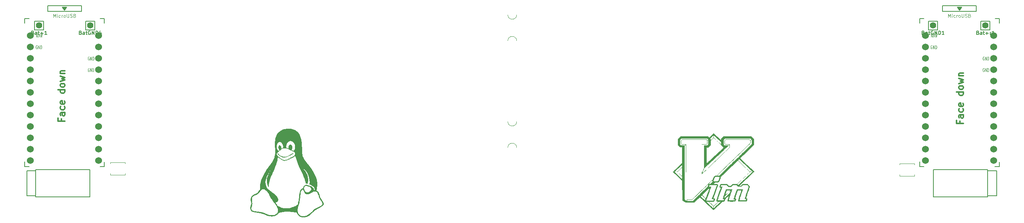
<source format=gbr>
%TF.GenerationSoftware,KiCad,Pcbnew,(6.0.2)*%
%TF.CreationDate,2022-03-10T12:39:36+08:00*%
%TF.ProjectId,sweepv2.1,73776565-7076-4322-9e31-2e6b69636164,rev?*%
%TF.SameCoordinates,Original*%
%TF.FileFunction,Legend,Top*%
%TF.FilePolarity,Positive*%
%FSLAX46Y46*%
G04 Gerber Fmt 4.6, Leading zero omitted, Abs format (unit mm)*
G04 Created by KiCad (PCBNEW (6.0.2)) date 2022-03-10 12:39:36*
%MOMM*%
%LPD*%
G01*
G04 APERTURE LIST*
%ADD10C,0.300000*%
%ADD11C,0.120000*%
%ADD12C,0.125000*%
%ADD13C,0.150000*%
%ADD14C,0.100000*%
%ADD15C,1.524000*%
%ADD16C,1.397000*%
G04 APERTURE END LIST*
D10*
X230270857Y-72198857D02*
X230270857Y-72698857D01*
X231056571Y-72698857D02*
X229556571Y-72698857D01*
X229556571Y-71984571D01*
X231056571Y-70770285D02*
X230270857Y-70770285D01*
X230128000Y-70841714D01*
X230056571Y-70984571D01*
X230056571Y-71270285D01*
X230128000Y-71413142D01*
X230985142Y-70770285D02*
X231056571Y-70913142D01*
X231056571Y-71270285D01*
X230985142Y-71413142D01*
X230842285Y-71484571D01*
X230699428Y-71484571D01*
X230556571Y-71413142D01*
X230485142Y-71270285D01*
X230485142Y-70913142D01*
X230413714Y-70770285D01*
X230985142Y-69413142D02*
X231056571Y-69556000D01*
X231056571Y-69841714D01*
X230985142Y-69984571D01*
X230913714Y-70056000D01*
X230770857Y-70127428D01*
X230342285Y-70127428D01*
X230199428Y-70056000D01*
X230128000Y-69984571D01*
X230056571Y-69841714D01*
X230056571Y-69556000D01*
X230128000Y-69413142D01*
X230985142Y-68198857D02*
X231056571Y-68341714D01*
X231056571Y-68627428D01*
X230985142Y-68770285D01*
X230842285Y-68841714D01*
X230270857Y-68841714D01*
X230128000Y-68770285D01*
X230056571Y-68627428D01*
X230056571Y-68341714D01*
X230128000Y-68198857D01*
X230270857Y-68127428D01*
X230413714Y-68127428D01*
X230556571Y-68841714D01*
X231056571Y-65698857D02*
X229556571Y-65698857D01*
X230985142Y-65698857D02*
X231056571Y-65841714D01*
X231056571Y-66127428D01*
X230985142Y-66270285D01*
X230913714Y-66341714D01*
X230770857Y-66413142D01*
X230342285Y-66413142D01*
X230199428Y-66341714D01*
X230128000Y-66270285D01*
X230056571Y-66127428D01*
X230056571Y-65841714D01*
X230128000Y-65698857D01*
X231056571Y-64770285D02*
X230985142Y-64913142D01*
X230913714Y-64984571D01*
X230770857Y-65056000D01*
X230342285Y-65056000D01*
X230199428Y-64984571D01*
X230128000Y-64913142D01*
X230056571Y-64770285D01*
X230056571Y-64556000D01*
X230128000Y-64413142D01*
X230199428Y-64341714D01*
X230342285Y-64270285D01*
X230770857Y-64270285D01*
X230913714Y-64341714D01*
X230985142Y-64413142D01*
X231056571Y-64556000D01*
X231056571Y-64770285D01*
X230056571Y-63770285D02*
X231056571Y-63484571D01*
X230342285Y-63198857D01*
X231056571Y-62913142D01*
X230056571Y-62627428D01*
X230056571Y-62056000D02*
X231056571Y-62056000D01*
X230199428Y-62056000D02*
X230128000Y-61984571D01*
X230056571Y-61841714D01*
X230056571Y-61627428D01*
X230128000Y-61484571D01*
X230270857Y-61413142D01*
X231056571Y-61413142D01*
X29610857Y-71690857D02*
X29610857Y-72190857D01*
X30396571Y-72190857D02*
X28896571Y-72190857D01*
X28896571Y-71476571D01*
X30396571Y-70262285D02*
X29610857Y-70262285D01*
X29468000Y-70333714D01*
X29396571Y-70476571D01*
X29396571Y-70762285D01*
X29468000Y-70905142D01*
X30325142Y-70262285D02*
X30396571Y-70405142D01*
X30396571Y-70762285D01*
X30325142Y-70905142D01*
X30182285Y-70976571D01*
X30039428Y-70976571D01*
X29896571Y-70905142D01*
X29825142Y-70762285D01*
X29825142Y-70405142D01*
X29753714Y-70262285D01*
X30325142Y-68905142D02*
X30396571Y-69048000D01*
X30396571Y-69333714D01*
X30325142Y-69476571D01*
X30253714Y-69548000D01*
X30110857Y-69619428D01*
X29682285Y-69619428D01*
X29539428Y-69548000D01*
X29468000Y-69476571D01*
X29396571Y-69333714D01*
X29396571Y-69048000D01*
X29468000Y-68905142D01*
X30325142Y-67690857D02*
X30396571Y-67833714D01*
X30396571Y-68119428D01*
X30325142Y-68262285D01*
X30182285Y-68333714D01*
X29610857Y-68333714D01*
X29468000Y-68262285D01*
X29396571Y-68119428D01*
X29396571Y-67833714D01*
X29468000Y-67690857D01*
X29610857Y-67619428D01*
X29753714Y-67619428D01*
X29896571Y-68333714D01*
X30396571Y-65190857D02*
X28896571Y-65190857D01*
X30325142Y-65190857D02*
X30396571Y-65333714D01*
X30396571Y-65619428D01*
X30325142Y-65762285D01*
X30253714Y-65833714D01*
X30110857Y-65905142D01*
X29682285Y-65905142D01*
X29539428Y-65833714D01*
X29468000Y-65762285D01*
X29396571Y-65619428D01*
X29396571Y-65333714D01*
X29468000Y-65190857D01*
X30396571Y-64262285D02*
X30325142Y-64405142D01*
X30253714Y-64476571D01*
X30110857Y-64548000D01*
X29682285Y-64548000D01*
X29539428Y-64476571D01*
X29468000Y-64405142D01*
X29396571Y-64262285D01*
X29396571Y-64048000D01*
X29468000Y-63905142D01*
X29539428Y-63833714D01*
X29682285Y-63762285D01*
X30110857Y-63762285D01*
X30253714Y-63833714D01*
X30325142Y-63905142D01*
X30396571Y-64048000D01*
X30396571Y-64262285D01*
X29396571Y-63262285D02*
X30396571Y-62976571D01*
X29682285Y-62690857D01*
X30396571Y-62405142D01*
X29396571Y-62119428D01*
X29396571Y-61548000D02*
X30396571Y-61548000D01*
X29539428Y-61548000D02*
X29468000Y-61476571D01*
X29396571Y-61333714D01*
X29396571Y-61119428D01*
X29468000Y-60976571D01*
X29610857Y-60905142D01*
X30396571Y-60905142D01*
D11*
%TO.C,U1*%
X227681571Y-48953285D02*
X227681571Y-48203285D01*
X227931571Y-48739000D01*
X228181571Y-48203285D01*
X228181571Y-48953285D01*
X228538714Y-48953285D02*
X228538714Y-48453285D01*
X228538714Y-48203285D02*
X228503000Y-48239000D01*
X228538714Y-48274714D01*
X228574428Y-48239000D01*
X228538714Y-48203285D01*
X228538714Y-48274714D01*
X229217285Y-48917571D02*
X229145857Y-48953285D01*
X229003000Y-48953285D01*
X228931571Y-48917571D01*
X228895857Y-48881857D01*
X228860142Y-48810428D01*
X228860142Y-48596142D01*
X228895857Y-48524714D01*
X228931571Y-48489000D01*
X229003000Y-48453285D01*
X229145857Y-48453285D01*
X229217285Y-48489000D01*
X229538714Y-48953285D02*
X229538714Y-48453285D01*
X229538714Y-48596142D02*
X229574428Y-48524714D01*
X229610142Y-48489000D01*
X229681571Y-48453285D01*
X229753000Y-48453285D01*
X230110142Y-48953285D02*
X230038714Y-48917571D01*
X230003000Y-48881857D01*
X229967285Y-48810428D01*
X229967285Y-48596142D01*
X230003000Y-48524714D01*
X230038714Y-48489000D01*
X230110142Y-48453285D01*
X230217285Y-48453285D01*
X230288714Y-48489000D01*
X230324428Y-48524714D01*
X230360142Y-48596142D01*
X230360142Y-48810428D01*
X230324428Y-48881857D01*
X230288714Y-48917571D01*
X230217285Y-48953285D01*
X230110142Y-48953285D01*
X230681571Y-48203285D02*
X230681571Y-48810428D01*
X230717285Y-48881857D01*
X230753000Y-48917571D01*
X230824428Y-48953285D01*
X230967285Y-48953285D01*
X231038714Y-48917571D01*
X231074428Y-48881857D01*
X231110142Y-48810428D01*
X231110142Y-48203285D01*
X231431571Y-48917571D02*
X231538714Y-48953285D01*
X231717285Y-48953285D01*
X231788714Y-48917571D01*
X231824428Y-48881857D01*
X231860142Y-48810428D01*
X231860142Y-48739000D01*
X231824428Y-48667571D01*
X231788714Y-48631857D01*
X231717285Y-48596142D01*
X231574428Y-48560428D01*
X231503000Y-48524714D01*
X231467285Y-48489000D01*
X231431571Y-48417571D01*
X231431571Y-48346142D01*
X231467285Y-48274714D01*
X231503000Y-48239000D01*
X231574428Y-48203285D01*
X231753000Y-48203285D01*
X231860142Y-48239000D01*
X232431571Y-48560428D02*
X232538714Y-48596142D01*
X232574428Y-48631857D01*
X232610142Y-48703285D01*
X232610142Y-48810428D01*
X232574428Y-48881857D01*
X232538714Y-48917571D01*
X232467285Y-48953285D01*
X232181571Y-48953285D01*
X232181571Y-48203285D01*
X232431571Y-48203285D01*
X232503000Y-48239000D01*
X232538714Y-48274714D01*
X232574428Y-48346142D01*
X232574428Y-48417571D01*
X232538714Y-48489000D01*
X232503000Y-48524714D01*
X232431571Y-48560428D01*
X232181571Y-48560428D01*
D12*
X235677047Y-57809000D02*
X235629428Y-57773285D01*
X235558000Y-57773285D01*
X235486571Y-57809000D01*
X235438952Y-57880428D01*
X235415142Y-57951857D01*
X235391333Y-58094714D01*
X235391333Y-58201857D01*
X235415142Y-58344714D01*
X235438952Y-58416142D01*
X235486571Y-58487571D01*
X235558000Y-58523285D01*
X235605619Y-58523285D01*
X235677047Y-58487571D01*
X235700857Y-58451857D01*
X235700857Y-58201857D01*
X235605619Y-58201857D01*
X235915142Y-58523285D02*
X235915142Y-57773285D01*
X236200857Y-58523285D01*
X236200857Y-57773285D01*
X236438952Y-58523285D02*
X236438952Y-57773285D01*
X236558000Y-57773285D01*
X236629428Y-57809000D01*
X236677047Y-57880428D01*
X236700857Y-57951857D01*
X236724666Y-58094714D01*
X236724666Y-58201857D01*
X236700857Y-58344714D01*
X236677047Y-58416142D01*
X236629428Y-58487571D01*
X236558000Y-58523285D01*
X236438952Y-58523285D01*
D13*
D12*
X224027047Y-55279000D02*
X223979428Y-55243285D01*
X223908000Y-55243285D01*
X223836571Y-55279000D01*
X223788952Y-55350428D01*
X223765142Y-55421857D01*
X223741333Y-55564714D01*
X223741333Y-55671857D01*
X223765142Y-55814714D01*
X223788952Y-55886142D01*
X223836571Y-55957571D01*
X223908000Y-55993285D01*
X223955619Y-55993285D01*
X224027047Y-55957571D01*
X224050857Y-55921857D01*
X224050857Y-55671857D01*
X223955619Y-55671857D01*
X224265142Y-55993285D02*
X224265142Y-55243285D01*
X224550857Y-55993285D01*
X224550857Y-55243285D01*
X224788952Y-55993285D02*
X224788952Y-55243285D01*
X224908000Y-55243285D01*
X224979428Y-55279000D01*
X225027047Y-55350428D01*
X225050857Y-55421857D01*
X225074666Y-55564714D01*
X225074666Y-55671857D01*
X225050857Y-55814714D01*
X225027047Y-55886142D01*
X224979428Y-55957571D01*
X224908000Y-55993285D01*
X224788952Y-55993285D01*
X235657047Y-60389000D02*
X235609428Y-60353285D01*
X235538000Y-60353285D01*
X235466571Y-60389000D01*
X235418952Y-60460428D01*
X235395142Y-60531857D01*
X235371333Y-60674714D01*
X235371333Y-60781857D01*
X235395142Y-60924714D01*
X235418952Y-60996142D01*
X235466571Y-61067571D01*
X235538000Y-61103285D01*
X235585619Y-61103285D01*
X235657047Y-61067571D01*
X235680857Y-61031857D01*
X235680857Y-60781857D01*
X235585619Y-60781857D01*
X235895142Y-61103285D02*
X235895142Y-60353285D01*
X236180857Y-61103285D01*
X236180857Y-60353285D01*
X236418952Y-61103285D02*
X236418952Y-60353285D01*
X236538000Y-60353285D01*
X236609428Y-60389000D01*
X236657047Y-60460428D01*
X236680857Y-60531857D01*
X236704666Y-60674714D01*
X236704666Y-60781857D01*
X236680857Y-60924714D01*
X236657047Y-60996142D01*
X236609428Y-61067571D01*
X236538000Y-61103285D01*
X236418952Y-61103285D01*
X224162761Y-53383285D02*
X223996095Y-53026142D01*
X223877047Y-53383285D02*
X223877047Y-52633285D01*
X224067523Y-52633285D01*
X224115142Y-52669000D01*
X224138952Y-52704714D01*
X224162761Y-52776142D01*
X224162761Y-52883285D01*
X224138952Y-52954714D01*
X224115142Y-52990428D01*
X224067523Y-53026142D01*
X223877047Y-53026142D01*
X224353238Y-53169000D02*
X224591333Y-53169000D01*
X224305619Y-53383285D02*
X224472285Y-52633285D01*
X224638952Y-53383285D01*
X224758000Y-52633285D02*
X224877047Y-53383285D01*
X224972285Y-52847571D01*
X225067523Y-53383285D01*
X225186571Y-52633285D01*
D13*
%TO.C,Bat+r1*%
X234282342Y-52392942D02*
X234398457Y-52431647D01*
X234437161Y-52470352D01*
X234475866Y-52547761D01*
X234475866Y-52663876D01*
X234437161Y-52741285D01*
X234398457Y-52779990D01*
X234321047Y-52818695D01*
X234011409Y-52818695D01*
X234011409Y-52005895D01*
X234282342Y-52005895D01*
X234359752Y-52044600D01*
X234398457Y-52083304D01*
X234437161Y-52160714D01*
X234437161Y-52238123D01*
X234398457Y-52315533D01*
X234359752Y-52354238D01*
X234282342Y-52392942D01*
X234011409Y-52392942D01*
X235172552Y-52818695D02*
X235172552Y-52392942D01*
X235133847Y-52315533D01*
X235056438Y-52276828D01*
X234901619Y-52276828D01*
X234824209Y-52315533D01*
X235172552Y-52779990D02*
X235095142Y-52818695D01*
X234901619Y-52818695D01*
X234824209Y-52779990D01*
X234785504Y-52702580D01*
X234785504Y-52625171D01*
X234824209Y-52547761D01*
X234901619Y-52509057D01*
X235095142Y-52509057D01*
X235172552Y-52470352D01*
X235443485Y-52276828D02*
X235753123Y-52276828D01*
X235559600Y-52005895D02*
X235559600Y-52702580D01*
X235598304Y-52779990D01*
X235675714Y-52818695D01*
X235753123Y-52818695D01*
X236024057Y-52509057D02*
X236643333Y-52509057D01*
X236333695Y-52818695D02*
X236333695Y-52199419D01*
X237030380Y-52818695D02*
X237030380Y-52276828D01*
X237030380Y-52431647D02*
X237069085Y-52354238D01*
X237107790Y-52315533D01*
X237185200Y-52276828D01*
X237262609Y-52276828D01*
X237959295Y-52818695D02*
X237494838Y-52818695D01*
X237727066Y-52818695D02*
X237727066Y-52005895D01*
X237649657Y-52122009D01*
X237572247Y-52199419D01*
X237494838Y-52238123D01*
%TO.C,BatGND1*%
X222114533Y-52392942D02*
X222230647Y-52431647D01*
X222269352Y-52470352D01*
X222308057Y-52547761D01*
X222308057Y-52663876D01*
X222269352Y-52741285D01*
X222230647Y-52779990D01*
X222153238Y-52818695D01*
X221843600Y-52818695D01*
X221843600Y-52005895D01*
X222114533Y-52005895D01*
X222191942Y-52044600D01*
X222230647Y-52083304D01*
X222269352Y-52160714D01*
X222269352Y-52238123D01*
X222230647Y-52315533D01*
X222191942Y-52354238D01*
X222114533Y-52392942D01*
X221843600Y-52392942D01*
X223004742Y-52818695D02*
X223004742Y-52392942D01*
X222966038Y-52315533D01*
X222888628Y-52276828D01*
X222733809Y-52276828D01*
X222656400Y-52315533D01*
X223004742Y-52779990D02*
X222927333Y-52818695D01*
X222733809Y-52818695D01*
X222656400Y-52779990D01*
X222617695Y-52702580D01*
X222617695Y-52625171D01*
X222656400Y-52547761D01*
X222733809Y-52509057D01*
X222927333Y-52509057D01*
X223004742Y-52470352D01*
X223275676Y-52276828D02*
X223585314Y-52276828D01*
X223391790Y-52005895D02*
X223391790Y-52702580D01*
X223430495Y-52779990D01*
X223507904Y-52818695D01*
X223585314Y-52818695D01*
X224282000Y-52044600D02*
X224204590Y-52005895D01*
X224088476Y-52005895D01*
X223972361Y-52044600D01*
X223894952Y-52122009D01*
X223856247Y-52199419D01*
X223817542Y-52354238D01*
X223817542Y-52470352D01*
X223856247Y-52625171D01*
X223894952Y-52702580D01*
X223972361Y-52779990D01*
X224088476Y-52818695D01*
X224165885Y-52818695D01*
X224282000Y-52779990D01*
X224320704Y-52741285D01*
X224320704Y-52470352D01*
X224165885Y-52470352D01*
X224669047Y-52818695D02*
X224669047Y-52005895D01*
X225133504Y-52818695D01*
X225133504Y-52005895D01*
X225520552Y-52818695D02*
X225520552Y-52005895D01*
X225714076Y-52005895D01*
X225830190Y-52044600D01*
X225907600Y-52122009D01*
X225946304Y-52199419D01*
X225985009Y-52354238D01*
X225985009Y-52470352D01*
X225946304Y-52625171D01*
X225907600Y-52702580D01*
X225830190Y-52779990D01*
X225714076Y-52818695D01*
X225520552Y-52818695D01*
X226759104Y-52818695D02*
X226294647Y-52818695D01*
X226526876Y-52818695D02*
X226526876Y-52005895D01*
X226449466Y-52122009D01*
X226372057Y-52199419D01*
X226294647Y-52238123D01*
D12*
%TO.C,U2*%
X24175047Y-55279000D02*
X24127428Y-55243285D01*
X24056000Y-55243285D01*
X23984571Y-55279000D01*
X23936952Y-55350428D01*
X23913142Y-55421857D01*
X23889333Y-55564714D01*
X23889333Y-55671857D01*
X23913142Y-55814714D01*
X23936952Y-55886142D01*
X23984571Y-55957571D01*
X24056000Y-55993285D01*
X24103619Y-55993285D01*
X24175047Y-55957571D01*
X24198857Y-55921857D01*
X24198857Y-55671857D01*
X24103619Y-55671857D01*
X24413142Y-55993285D02*
X24413142Y-55243285D01*
X24698857Y-55993285D01*
X24698857Y-55243285D01*
X24936952Y-55993285D02*
X24936952Y-55243285D01*
X25056000Y-55243285D01*
X25127428Y-55279000D01*
X25175047Y-55350428D01*
X25198857Y-55421857D01*
X25222666Y-55564714D01*
X25222666Y-55671857D01*
X25198857Y-55814714D01*
X25175047Y-55886142D01*
X25127428Y-55957571D01*
X25056000Y-55993285D01*
X24936952Y-55993285D01*
D11*
X27829571Y-48953285D02*
X27829571Y-48203285D01*
X28079571Y-48739000D01*
X28329571Y-48203285D01*
X28329571Y-48953285D01*
X28686714Y-48953285D02*
X28686714Y-48453285D01*
X28686714Y-48203285D02*
X28651000Y-48239000D01*
X28686714Y-48274714D01*
X28722428Y-48239000D01*
X28686714Y-48203285D01*
X28686714Y-48274714D01*
X29365285Y-48917571D02*
X29293857Y-48953285D01*
X29151000Y-48953285D01*
X29079571Y-48917571D01*
X29043857Y-48881857D01*
X29008142Y-48810428D01*
X29008142Y-48596142D01*
X29043857Y-48524714D01*
X29079571Y-48489000D01*
X29151000Y-48453285D01*
X29293857Y-48453285D01*
X29365285Y-48489000D01*
X29686714Y-48953285D02*
X29686714Y-48453285D01*
X29686714Y-48596142D02*
X29722428Y-48524714D01*
X29758142Y-48489000D01*
X29829571Y-48453285D01*
X29901000Y-48453285D01*
X30258142Y-48953285D02*
X30186714Y-48917571D01*
X30151000Y-48881857D01*
X30115285Y-48810428D01*
X30115285Y-48596142D01*
X30151000Y-48524714D01*
X30186714Y-48489000D01*
X30258142Y-48453285D01*
X30365285Y-48453285D01*
X30436714Y-48489000D01*
X30472428Y-48524714D01*
X30508142Y-48596142D01*
X30508142Y-48810428D01*
X30472428Y-48881857D01*
X30436714Y-48917571D01*
X30365285Y-48953285D01*
X30258142Y-48953285D01*
X30829571Y-48203285D02*
X30829571Y-48810428D01*
X30865285Y-48881857D01*
X30901000Y-48917571D01*
X30972428Y-48953285D01*
X31115285Y-48953285D01*
X31186714Y-48917571D01*
X31222428Y-48881857D01*
X31258142Y-48810428D01*
X31258142Y-48203285D01*
X31579571Y-48917571D02*
X31686714Y-48953285D01*
X31865285Y-48953285D01*
X31936714Y-48917571D01*
X31972428Y-48881857D01*
X32008142Y-48810428D01*
X32008142Y-48739000D01*
X31972428Y-48667571D01*
X31936714Y-48631857D01*
X31865285Y-48596142D01*
X31722428Y-48560428D01*
X31651000Y-48524714D01*
X31615285Y-48489000D01*
X31579571Y-48417571D01*
X31579571Y-48346142D01*
X31615285Y-48274714D01*
X31651000Y-48239000D01*
X31722428Y-48203285D01*
X31901000Y-48203285D01*
X32008142Y-48239000D01*
X32579571Y-48560428D02*
X32686714Y-48596142D01*
X32722428Y-48631857D01*
X32758142Y-48703285D01*
X32758142Y-48810428D01*
X32722428Y-48881857D01*
X32686714Y-48917571D01*
X32615285Y-48953285D01*
X32329571Y-48953285D01*
X32329571Y-48203285D01*
X32579571Y-48203285D01*
X32651000Y-48239000D01*
X32686714Y-48274714D01*
X32722428Y-48346142D01*
X32722428Y-48417571D01*
X32686714Y-48489000D01*
X32651000Y-48524714D01*
X32579571Y-48560428D01*
X32329571Y-48560428D01*
D12*
X35825047Y-57809000D02*
X35777428Y-57773285D01*
X35706000Y-57773285D01*
X35634571Y-57809000D01*
X35586952Y-57880428D01*
X35563142Y-57951857D01*
X35539333Y-58094714D01*
X35539333Y-58201857D01*
X35563142Y-58344714D01*
X35586952Y-58416142D01*
X35634571Y-58487571D01*
X35706000Y-58523285D01*
X35753619Y-58523285D01*
X35825047Y-58487571D01*
X35848857Y-58451857D01*
X35848857Y-58201857D01*
X35753619Y-58201857D01*
X36063142Y-58523285D02*
X36063142Y-57773285D01*
X36348857Y-58523285D01*
X36348857Y-57773285D01*
X36586952Y-58523285D02*
X36586952Y-57773285D01*
X36706000Y-57773285D01*
X36777428Y-57809000D01*
X36825047Y-57880428D01*
X36848857Y-57951857D01*
X36872666Y-58094714D01*
X36872666Y-58201857D01*
X36848857Y-58344714D01*
X36825047Y-58416142D01*
X36777428Y-58487571D01*
X36706000Y-58523285D01*
X36586952Y-58523285D01*
X24310761Y-53383285D02*
X24144095Y-53026142D01*
X24025047Y-53383285D02*
X24025047Y-52633285D01*
X24215523Y-52633285D01*
X24263142Y-52669000D01*
X24286952Y-52704714D01*
X24310761Y-52776142D01*
X24310761Y-52883285D01*
X24286952Y-52954714D01*
X24263142Y-52990428D01*
X24215523Y-53026142D01*
X24025047Y-53026142D01*
X24501238Y-53169000D02*
X24739333Y-53169000D01*
X24453619Y-53383285D02*
X24620285Y-52633285D01*
X24786952Y-53383285D01*
X24906000Y-52633285D02*
X25025047Y-53383285D01*
X25120285Y-52847571D01*
X25215523Y-53383285D01*
X25334571Y-52633285D01*
X35805047Y-60389000D02*
X35757428Y-60353285D01*
X35686000Y-60353285D01*
X35614571Y-60389000D01*
X35566952Y-60460428D01*
X35543142Y-60531857D01*
X35519333Y-60674714D01*
X35519333Y-60781857D01*
X35543142Y-60924714D01*
X35566952Y-60996142D01*
X35614571Y-61067571D01*
X35686000Y-61103285D01*
X35733619Y-61103285D01*
X35805047Y-61067571D01*
X35828857Y-61031857D01*
X35828857Y-60781857D01*
X35733619Y-60781857D01*
X36043142Y-61103285D02*
X36043142Y-60353285D01*
X36328857Y-61103285D01*
X36328857Y-60353285D01*
X36566952Y-61103285D02*
X36566952Y-60353285D01*
X36686000Y-60353285D01*
X36757428Y-60389000D01*
X36805047Y-60460428D01*
X36828857Y-60531857D01*
X36852666Y-60674714D01*
X36852666Y-60781857D01*
X36828857Y-60924714D01*
X36805047Y-60996142D01*
X36757428Y-61067571D01*
X36686000Y-61103285D01*
X36566952Y-61103285D01*
D13*
%TO.C,BatGND4*%
X33900533Y-52392942D02*
X34016647Y-52431647D01*
X34055352Y-52470352D01*
X34094057Y-52547761D01*
X34094057Y-52663876D01*
X34055352Y-52741285D01*
X34016647Y-52779990D01*
X33939238Y-52818695D01*
X33629600Y-52818695D01*
X33629600Y-52005895D01*
X33900533Y-52005895D01*
X33977942Y-52044600D01*
X34016647Y-52083304D01*
X34055352Y-52160714D01*
X34055352Y-52238123D01*
X34016647Y-52315533D01*
X33977942Y-52354238D01*
X33900533Y-52392942D01*
X33629600Y-52392942D01*
X34790742Y-52818695D02*
X34790742Y-52392942D01*
X34752038Y-52315533D01*
X34674628Y-52276828D01*
X34519809Y-52276828D01*
X34442400Y-52315533D01*
X34790742Y-52779990D02*
X34713333Y-52818695D01*
X34519809Y-52818695D01*
X34442400Y-52779990D01*
X34403695Y-52702580D01*
X34403695Y-52625171D01*
X34442400Y-52547761D01*
X34519809Y-52509057D01*
X34713333Y-52509057D01*
X34790742Y-52470352D01*
X35061676Y-52276828D02*
X35371314Y-52276828D01*
X35177790Y-52005895D02*
X35177790Y-52702580D01*
X35216495Y-52779990D01*
X35293904Y-52818695D01*
X35371314Y-52818695D01*
X36068000Y-52044600D02*
X35990590Y-52005895D01*
X35874476Y-52005895D01*
X35758361Y-52044600D01*
X35680952Y-52122009D01*
X35642247Y-52199419D01*
X35603542Y-52354238D01*
X35603542Y-52470352D01*
X35642247Y-52625171D01*
X35680952Y-52702580D01*
X35758361Y-52779990D01*
X35874476Y-52818695D01*
X35951885Y-52818695D01*
X36068000Y-52779990D01*
X36106704Y-52741285D01*
X36106704Y-52470352D01*
X35951885Y-52470352D01*
X36455047Y-52818695D02*
X36455047Y-52005895D01*
X36919504Y-52818695D01*
X36919504Y-52005895D01*
X37306552Y-52818695D02*
X37306552Y-52005895D01*
X37500076Y-52005895D01*
X37616190Y-52044600D01*
X37693600Y-52122009D01*
X37732304Y-52199419D01*
X37771009Y-52354238D01*
X37771009Y-52470352D01*
X37732304Y-52625171D01*
X37693600Y-52702580D01*
X37616190Y-52779990D01*
X37500076Y-52818695D01*
X37306552Y-52818695D01*
X38467695Y-52276828D02*
X38467695Y-52818695D01*
X38274171Y-51967190D02*
X38080647Y-52547761D01*
X38583809Y-52547761D01*
%TO.C,Bat+1*%
X23205923Y-52392942D02*
X23322038Y-52431647D01*
X23360742Y-52470352D01*
X23399447Y-52547761D01*
X23399447Y-52663876D01*
X23360742Y-52741285D01*
X23322038Y-52779990D01*
X23244628Y-52818695D01*
X22934990Y-52818695D01*
X22934990Y-52005895D01*
X23205923Y-52005895D01*
X23283333Y-52044600D01*
X23322038Y-52083304D01*
X23360742Y-52160714D01*
X23360742Y-52238123D01*
X23322038Y-52315533D01*
X23283333Y-52354238D01*
X23205923Y-52392942D01*
X22934990Y-52392942D01*
X24096133Y-52818695D02*
X24096133Y-52392942D01*
X24057428Y-52315533D01*
X23980019Y-52276828D01*
X23825200Y-52276828D01*
X23747790Y-52315533D01*
X24096133Y-52779990D02*
X24018723Y-52818695D01*
X23825200Y-52818695D01*
X23747790Y-52779990D01*
X23709085Y-52702580D01*
X23709085Y-52625171D01*
X23747790Y-52547761D01*
X23825200Y-52509057D01*
X24018723Y-52509057D01*
X24096133Y-52470352D01*
X24367066Y-52276828D02*
X24676704Y-52276828D01*
X24483180Y-52005895D02*
X24483180Y-52702580D01*
X24521885Y-52779990D01*
X24599295Y-52818695D01*
X24676704Y-52818695D01*
X24947638Y-52509057D02*
X25566914Y-52509057D01*
X25257276Y-52818695D02*
X25257276Y-52199419D01*
X26379714Y-52818695D02*
X25915257Y-52818695D01*
X26147485Y-52818695D02*
X26147485Y-52005895D01*
X26070076Y-52122009D01*
X25992666Y-52199419D01*
X25915257Y-52238123D01*
D10*
%TO.C,*%
D13*
%TO.C,U1*%
X221278000Y-81264000D02*
X221278000Y-82314000D01*
X239078000Y-81314000D02*
X239078000Y-82314000D01*
X230028000Y-47164000D02*
X230328000Y-47164000D01*
X230678000Y-46714000D02*
X230178000Y-47364000D01*
X229828000Y-46864000D02*
X230528000Y-46864000D01*
X229678000Y-46714000D02*
X230678000Y-46714000D01*
X233928000Y-47664000D02*
X233928000Y-46364000D01*
X239078000Y-49264000D02*
X238128000Y-49264000D01*
X221278000Y-49264000D02*
X222278000Y-49264000D01*
X230178000Y-47364000D02*
X229678000Y-46714000D01*
X226428000Y-47664000D02*
X233928000Y-47664000D01*
X226428000Y-46364000D02*
X226428000Y-47664000D01*
X233928000Y-46364000D02*
X226428000Y-46364000D01*
X239078000Y-82314000D02*
X238068000Y-82314000D01*
X221278000Y-82314000D02*
X222278000Y-82314000D01*
X229928000Y-47014000D02*
X230428000Y-47014000D01*
X221278000Y-49264000D02*
X221278000Y-50264000D01*
X239078000Y-49264000D02*
X239078000Y-50264000D01*
%TO.C,J2*%
X236474000Y-88852000D02*
X238474000Y-88852000D01*
X236474000Y-83252000D02*
X238474000Y-83252000D01*
X224374000Y-89102000D02*
X224374000Y-83002000D01*
X238474000Y-88852000D02*
X238474000Y-83252000D01*
X236474000Y-83002000D02*
X224374000Y-83002000D01*
X236474000Y-89102000D02*
X224374000Y-89102000D01*
X236474000Y-89102000D02*
X236474000Y-83002000D01*
D14*
%TO.C,mouse-bite-2mm-slot*%
X129302000Y-48387000D02*
G75*
G03*
X131302000Y-48387000I1000000J0D01*
G01*
X131302000Y-54229000D02*
G75*
G03*
X129302000Y-54229000I-1000000J0D01*
G01*
X131302000Y-78105000D02*
G75*
G03*
X129302000Y-78105000I-1000000J0D01*
G01*
X129302000Y-72263000D02*
G75*
G03*
X131302000Y-72263000I1000000J0D01*
G01*
D11*
%TO.C,RSW1*%
X220090000Y-81658000D02*
X220090000Y-81958000D01*
X216790000Y-84458000D02*
X220090000Y-84458000D01*
X216790000Y-81658000D02*
X220090000Y-81658000D01*
X216790000Y-81958000D02*
X216790000Y-81658000D01*
X216790000Y-84158000D02*
X216790000Y-84458000D01*
X220090000Y-84458000D02*
X220090000Y-84158000D01*
D13*
%TO.C,Bat+r1*%
X236966000Y-51800000D02*
X236966000Y-49800000D01*
X234966000Y-49800000D02*
X234966000Y-51800000D01*
X236966000Y-49800000D02*
X234966000Y-49800000D01*
X234966000Y-51800000D02*
X236966000Y-51800000D01*
%TO.C,BatGND1*%
X223282000Y-51800000D02*
X225282000Y-51800000D01*
X225282000Y-51800000D02*
X225282000Y-49800000D01*
X225282000Y-49800000D02*
X223282000Y-49800000D01*
X223282000Y-49800000D02*
X223282000Y-51800000D01*
%TO.C,U2*%
X29826000Y-46714000D02*
X30826000Y-46714000D01*
X30176000Y-47164000D02*
X30476000Y-47164000D01*
X21426000Y-49264000D02*
X21426000Y-50264000D01*
X30826000Y-46714000D02*
X30326000Y-47364000D01*
X21426000Y-49264000D02*
X22426000Y-49264000D01*
X39226000Y-49264000D02*
X39226000Y-50264000D01*
X39226000Y-49264000D02*
X38276000Y-49264000D01*
X39226000Y-82314000D02*
X38216000Y-82314000D01*
X30076000Y-47014000D02*
X30576000Y-47014000D01*
X39226000Y-81314000D02*
X39226000Y-82314000D01*
X21426000Y-81264000D02*
X21426000Y-82314000D01*
X21426000Y-82314000D02*
X22426000Y-82314000D01*
X34076000Y-47664000D02*
X34076000Y-46364000D01*
X26576000Y-46364000D02*
X26576000Y-47664000D01*
X26576000Y-47664000D02*
X34076000Y-47664000D01*
X29976000Y-46864000D02*
X30676000Y-46864000D01*
X34076000Y-46364000D02*
X26576000Y-46364000D01*
X30326000Y-47364000D02*
X29826000Y-46714000D01*
%TO.C,J1*%
X35976000Y-83002000D02*
X35976000Y-89102000D01*
X23876000Y-83002000D02*
X23876000Y-89102000D01*
X23876000Y-83002000D02*
X35976000Y-83002000D01*
X23876000Y-88852000D02*
X21876000Y-88852000D01*
X23876000Y-89102000D02*
X35976000Y-89102000D01*
X21876000Y-83252000D02*
X21876000Y-88852000D01*
X23876000Y-83252000D02*
X21876000Y-83252000D01*
%TO.C,BatGND4*%
X35068000Y-49800000D02*
X35068000Y-51800000D01*
X35068000Y-51800000D02*
X37068000Y-51800000D01*
X37068000Y-49800000D02*
X35068000Y-49800000D01*
X37068000Y-51800000D02*
X37068000Y-49800000D01*
%TO.C,Bat+1*%
X23638000Y-49800000D02*
X23638000Y-51800000D01*
X25638000Y-51800000D02*
X25638000Y-49800000D01*
X25638000Y-49800000D02*
X23638000Y-49800000D01*
X23638000Y-51800000D02*
X25638000Y-51800000D01*
D11*
%TO.C,RSW2*%
X40514000Y-81704000D02*
X40514000Y-81404000D01*
X43814000Y-81404000D02*
X43814000Y-81704000D01*
X40514000Y-83904000D02*
X40514000Y-84204000D01*
X40514000Y-84204000D02*
X43814000Y-84204000D01*
X40514000Y-81404000D02*
X43814000Y-81404000D01*
X43814000Y-84204000D02*
X43814000Y-83904000D01*
%TO.C,*%
G36*
X81428144Y-79369373D02*
G01*
X81429580Y-79429674D01*
X81389564Y-79494406D01*
X81322933Y-79532623D01*
X81240316Y-79565712D01*
X81106238Y-79632571D01*
X80942613Y-79721925D01*
X80841836Y-79780187D01*
X80450204Y-79998340D01*
X80108487Y-80158464D01*
X79805908Y-80263607D01*
X79531690Y-80316813D01*
X79275056Y-80321131D01*
X79051943Y-80286142D01*
X78915047Y-80242586D01*
X78754623Y-80176203D01*
X78686011Y-80142996D01*
X78537709Y-80055253D01*
X78375662Y-79941096D01*
X78215698Y-79814115D01*
X78073646Y-79687900D01*
X77965334Y-79576041D01*
X77906591Y-79492127D01*
X77900508Y-79468604D01*
X77911803Y-79400343D01*
X77926466Y-79385762D01*
X77968347Y-79412097D01*
X78059013Y-79482701D01*
X78182598Y-79584975D01*
X78253253Y-79645321D01*
X78513317Y-79853392D01*
X78744728Y-79999213D01*
X78966758Y-80092069D01*
X79198678Y-80141243D01*
X79303078Y-80151065D01*
X79482669Y-80155537D01*
X79651197Y-80140709D01*
X79823594Y-80101631D01*
X80014793Y-80033348D01*
X80239726Y-79930909D01*
X80513324Y-79789362D01*
X80698813Y-79688156D01*
X80910737Y-79572780D01*
X81098490Y-79473767D01*
X81248309Y-79398124D01*
X81346425Y-79352858D01*
X81376864Y-79342999D01*
X81428144Y-79369373D01*
G37*
G36*
X71876819Y-91145953D02*
G01*
X71899969Y-91061237D01*
X72013222Y-90660948D01*
X71942760Y-90104977D01*
X71912048Y-89836515D01*
X71897512Y-89634808D01*
X71898546Y-89482157D01*
X71914545Y-89360867D01*
X71916930Y-89349847D01*
X72016122Y-89082610D01*
X72185595Y-88858638D01*
X72427970Y-88675426D01*
X72745869Y-88530471D01*
X72790702Y-88515032D01*
X73005254Y-88434550D01*
X73179304Y-88343919D01*
X73333420Y-88227373D01*
X73488172Y-88069151D01*
X73664126Y-87853489D01*
X73678956Y-87834293D01*
X73985904Y-87435875D01*
X74001422Y-86844124D01*
X74023863Y-86440363D01*
X74072364Y-86066188D01*
X74125044Y-85825712D01*
X75212763Y-85825712D01*
X75231526Y-86265981D01*
X75328600Y-86672352D01*
X75504025Y-87045540D01*
X75535930Y-87096879D01*
X75645851Y-87250240D01*
X75776434Y-87393548D01*
X75942039Y-87539615D01*
X76157028Y-87701254D01*
X76399115Y-87866979D01*
X76821961Y-88163194D01*
X77169948Y-88440446D01*
X77450533Y-88705032D01*
X77621401Y-88899168D01*
X77776960Y-89101620D01*
X77885719Y-89267843D01*
X77961579Y-89422667D01*
X78018446Y-89590926D01*
X78027920Y-89625232D01*
X78048724Y-89838805D01*
X77999057Y-90029928D01*
X77888017Y-90182924D01*
X77724702Y-90282122D01*
X77632980Y-90305621D01*
X77521200Y-90331530D01*
X77451505Y-90362583D01*
X77444833Y-90369621D01*
X77456740Y-90421105D01*
X77512054Y-90513747D01*
X77569102Y-90589983D01*
X77683656Y-90739274D01*
X77798995Y-90900786D01*
X77837595Y-90958366D01*
X77911426Y-91056233D01*
X78002391Y-91138730D01*
X78130591Y-91220556D01*
X78316126Y-91316406D01*
X78349280Y-91332484D01*
X78836917Y-91532011D01*
X79315370Y-91651874D01*
X79801539Y-91694425D01*
X80312325Y-91662017D01*
X80504740Y-91632585D01*
X80732533Y-91583475D01*
X80989321Y-91513890D01*
X81225091Y-91437580D01*
X81258017Y-91425479D01*
X81482701Y-91333322D01*
X81712797Y-91225585D01*
X81931629Y-91111502D01*
X82122523Y-91000304D01*
X82268804Y-90901224D01*
X82353797Y-90823494D01*
X82359266Y-90815762D01*
X82416037Y-90690757D01*
X82474665Y-90495301D01*
X82532116Y-90244903D01*
X82585359Y-89955076D01*
X82631362Y-89641330D01*
X82667091Y-89319177D01*
X82678461Y-89182997D01*
X82724253Y-88709422D01*
X82785632Y-88314541D01*
X82863853Y-87992147D01*
X82960174Y-87736032D01*
X82979637Y-87696283D01*
X83074080Y-87548106D01*
X83200267Y-87398093D01*
X83337100Y-87267342D01*
X83393697Y-87226863D01*
X83842160Y-87226863D01*
X83870741Y-87493974D01*
X83952078Y-87732206D01*
X84077725Y-87923668D01*
X84228311Y-88044809D01*
X84371958Y-88106175D01*
X84506177Y-88119913D01*
X84665384Y-88087083D01*
X84744923Y-88060744D01*
X84896162Y-87992851D01*
X85055150Y-87900370D01*
X85101811Y-87868055D01*
X85297841Y-87691387D01*
X85408218Y-87514705D01*
X85433348Y-87340726D01*
X85373637Y-87172164D01*
X85229490Y-87011735D01*
X85001313Y-86862154D01*
X84947426Y-86834661D01*
X84670707Y-86717377D01*
X84423562Y-86649419D01*
X84218233Y-86633172D01*
X84078291Y-86665221D01*
X83961153Y-86748178D01*
X83887114Y-86872094D01*
X83849824Y-87052071D01*
X83842160Y-87226863D01*
X83393697Y-87226863D01*
X83463481Y-87176953D01*
X83524881Y-87151028D01*
X83619628Y-87086502D01*
X83651670Y-87011764D01*
X83739371Y-86754745D01*
X83875223Y-86567746D01*
X84058134Y-86452017D01*
X84167781Y-86421103D01*
X84370275Y-86414731D01*
X84617547Y-86455281D01*
X84890456Y-86534480D01*
X85169856Y-86644055D01*
X85436604Y-86775734D01*
X85671556Y-86921245D01*
X85855567Y-87072313D01*
X85954106Y-87193033D01*
X86011665Y-87327871D01*
X86036910Y-87467043D01*
X86036957Y-87471716D01*
X86046745Y-87569944D01*
X86083218Y-87602471D01*
X86112457Y-87600516D01*
X86176327Y-87549573D01*
X86200970Y-87441350D01*
X86186085Y-87295366D01*
X86131371Y-87131140D01*
X86120063Y-87106867D01*
X85994566Y-86927070D01*
X85793846Y-86742460D01*
X85527816Y-86561055D01*
X85276553Y-86424576D01*
X85014436Y-86295423D01*
X85036615Y-85842614D01*
X85020512Y-85295768D01*
X84918469Y-84753250D01*
X84730546Y-84215244D01*
X84456805Y-83681937D01*
X84192840Y-83281864D01*
X84086652Y-83143693D01*
X83963166Y-82995956D01*
X83836468Y-82853918D01*
X83720646Y-82732841D01*
X83629788Y-82647988D01*
X83577979Y-82614624D01*
X83576975Y-82614576D01*
X83542475Y-82633078D01*
X83564274Y-82692483D01*
X83645622Y-82798633D01*
X83734862Y-82898604D01*
X84061390Y-83305103D01*
X84331372Y-83750073D01*
X84538742Y-84219014D01*
X84677434Y-84697422D01*
X84741382Y-85170795D01*
X84745082Y-85313752D01*
X84737255Y-85484766D01*
X84716892Y-85672808D01*
X84687964Y-85854528D01*
X84654444Y-86006572D01*
X84620301Y-86105592D01*
X84607036Y-86125449D01*
X84559653Y-86128468D01*
X84455325Y-86119671D01*
X84382072Y-86110233D01*
X84171955Y-86080169D01*
X84115756Y-85804657D01*
X84055241Y-85540185D01*
X83979584Y-85273120D01*
X83884151Y-84991603D01*
X83764308Y-84683773D01*
X83615422Y-84337770D01*
X83432859Y-83941733D01*
X83211984Y-83483802D01*
X83197397Y-83454068D01*
X82709476Y-82392873D01*
X82284967Y-81321721D01*
X81912029Y-80210183D01*
X81833229Y-79948751D01*
X81808470Y-79918910D01*
X81763360Y-79961792D01*
X81752975Y-79976244D01*
X81665436Y-80064703D01*
X81521600Y-80172407D01*
X81344288Y-80284640D01*
X81156324Y-80386682D01*
X81021695Y-80447834D01*
X80887397Y-80509013D01*
X80709006Y-80599159D01*
X80516285Y-80702983D01*
X80429068Y-80752246D01*
X80070910Y-80929685D01*
X79742450Y-81029528D01*
X79434989Y-81051246D01*
X79139832Y-80994310D01*
X78848282Y-80858193D01*
X78551642Y-80642364D01*
X78546271Y-80637805D01*
X78329545Y-80459661D01*
X78159288Y-80333146D01*
X78040634Y-80261871D01*
X77990727Y-80246779D01*
X77959704Y-80284643D01*
X77944025Y-80377889D01*
X77943559Y-80399272D01*
X77920845Y-80672656D01*
X77854025Y-81012759D01*
X77745079Y-81413571D01*
X77595989Y-81869083D01*
X77408735Y-82373285D01*
X77185298Y-82920167D01*
X76927660Y-83503720D01*
X76901087Y-83561695D01*
X76665988Y-84083977D01*
X76470749Y-84543893D01*
X76311556Y-84953279D01*
X76184598Y-85323973D01*
X76086060Y-85667811D01*
X76012132Y-85996632D01*
X75958999Y-86322273D01*
X75930030Y-86576488D01*
X75895365Y-86941186D01*
X75799804Y-86790508D01*
X75662000Y-86532735D01*
X75570225Y-86257393D01*
X75517734Y-85940102D01*
X75502069Y-85714237D01*
X75504409Y-85377959D01*
X75543479Y-85051174D01*
X75623762Y-84716472D01*
X75749740Y-84356444D01*
X75925898Y-83953680D01*
X75989502Y-83821299D01*
X76130395Y-83531713D01*
X76235803Y-83311436D01*
X76309025Y-83152906D01*
X76353359Y-83048558D01*
X76372105Y-82990829D01*
X76368560Y-82972157D01*
X76358256Y-82975825D01*
X76297568Y-83041004D01*
X76210127Y-83171852D01*
X76102838Y-83354792D01*
X75982606Y-83576241D01*
X75856336Y-83822622D01*
X75730934Y-84080353D01*
X75613305Y-84335855D01*
X75510354Y-84575549D01*
X75428988Y-84785853D01*
X75410013Y-84840606D01*
X75272272Y-85350825D01*
X75212763Y-85825712D01*
X74125044Y-85825712D01*
X74152133Y-85702056D01*
X74268379Y-85328426D01*
X74426308Y-84925756D01*
X74631131Y-84474505D01*
X74635306Y-84465762D01*
X74881777Y-83977514D01*
X75147262Y-83508483D01*
X75442813Y-83041479D01*
X75779484Y-82559308D01*
X76168325Y-82044779D01*
X76295874Y-81882712D01*
X76664251Y-81365404D01*
X76951522Y-80840884D01*
X77162589Y-80297868D01*
X77302351Y-79725073D01*
X77332823Y-79526705D01*
X77692692Y-79526705D01*
X77731322Y-79662352D01*
X77772221Y-79753482D01*
X77893556Y-79925388D01*
X78083365Y-80092265D01*
X78095147Y-80100719D01*
X78240003Y-80207366D01*
X78419032Y-80344543D01*
X78600277Y-80487639D01*
X78654215Y-80531223D01*
X78811168Y-80652096D01*
X78960178Y-80755027D01*
X79078173Y-80824545D01*
X79116967Y-80841486D01*
X79298078Y-80875624D01*
X79524688Y-80880200D01*
X79762455Y-80857887D01*
X79977040Y-80811357D01*
X80096101Y-80765282D01*
X80244161Y-80686162D01*
X80418084Y-80587828D01*
X80526610Y-80523761D01*
X80690182Y-80432159D01*
X80860010Y-80348141D01*
X80957118Y-80306611D01*
X81248849Y-80167629D01*
X81489753Y-79997248D01*
X81670863Y-79804818D01*
X81783212Y-79599694D01*
X81818135Y-79408589D01*
X81776291Y-79240491D01*
X81650529Y-79087732D01*
X81440508Y-78949998D01*
X81206216Y-78848431D01*
X81038712Y-78781384D01*
X80824214Y-78687872D01*
X80592168Y-78581054D01*
X80401674Y-78488904D01*
X80197917Y-78388510D01*
X80048715Y-78320324D01*
X79931562Y-78278144D01*
X79823955Y-78255766D01*
X79703387Y-78246987D01*
X79547356Y-78245606D01*
X79519132Y-78245654D01*
X79273311Y-78255405D01*
X79078245Y-78290821D01*
X78906385Y-78362730D01*
X78730183Y-78481963D01*
X78565548Y-78620499D01*
X78417459Y-78746919D01*
X78240200Y-78891403D01*
X78084947Y-79012809D01*
X77891801Y-79167925D01*
X77766398Y-79294964D01*
X77702206Y-79409400D01*
X77692692Y-79526705D01*
X77332823Y-79526705D01*
X77340339Y-79477774D01*
X77358608Y-79305673D01*
X77368674Y-79123955D01*
X77370523Y-78915696D01*
X77364141Y-78663971D01*
X77349512Y-78351858D01*
X77339197Y-78169512D01*
X77327355Y-77920103D01*
X77723133Y-77920103D01*
X77753568Y-78182910D01*
X77828936Y-78443035D01*
X77947291Y-78681462D01*
X78015745Y-78783078D01*
X78069063Y-78817160D01*
X78134699Y-78791001D01*
X78194416Y-78747120D01*
X78294594Y-78670053D01*
X78202310Y-78513643D01*
X78121439Y-78317225D01*
X78086290Y-78098473D01*
X78099289Y-77889822D01*
X78145410Y-77753054D01*
X78244393Y-77605176D01*
X78343495Y-77541801D01*
X78447608Y-77562891D01*
X78561628Y-77668410D01*
X78621610Y-77749473D01*
X78705105Y-77947369D01*
X78718474Y-78079078D01*
X78721768Y-78192439D01*
X78730070Y-78259049D01*
X78734527Y-78266440D01*
X78779612Y-78250511D01*
X78877694Y-78209699D01*
X78954860Y-78176078D01*
X79128420Y-78099304D01*
X79859322Y-78099304D01*
X80311356Y-78260024D01*
X80312301Y-78058741D01*
X80339239Y-77835815D01*
X80411038Y-77645398D01*
X80517495Y-77499232D01*
X80648404Y-77409058D01*
X80793560Y-77386617D01*
X80877707Y-77408195D01*
X81005466Y-77504571D01*
X81101816Y-77662798D01*
X81162319Y-77862959D01*
X81182538Y-78085135D01*
X81158036Y-78309411D01*
X81111536Y-78457858D01*
X81071192Y-78561761D01*
X81052803Y-78624201D01*
X81053418Y-78631356D01*
X81127086Y-78665643D01*
X81244835Y-78709470D01*
X81369996Y-78750360D01*
X81465903Y-78775834D01*
X81486873Y-78778867D01*
X81550859Y-78748470D01*
X81624302Y-78645929D01*
X81680602Y-78535508D01*
X81739208Y-78397358D01*
X81774310Y-78270476D01*
X81791547Y-78123775D01*
X81796562Y-77926168D01*
X81796610Y-77896168D01*
X81793966Y-77700949D01*
X81781429Y-77560433D01*
X81752090Y-77443270D01*
X81699039Y-77318115D01*
X81645932Y-77212518D01*
X81476208Y-76955540D01*
X81272898Y-76769762D01*
X81043582Y-76658962D01*
X80795844Y-76626919D01*
X80557950Y-76670320D01*
X80347468Y-76782625D01*
X80163244Y-76963421D01*
X80015114Y-77196678D01*
X79912913Y-77466365D01*
X79866478Y-77756453D01*
X79864949Y-77799739D01*
X79859322Y-78099304D01*
X79128420Y-78099304D01*
X79159140Y-78085715D01*
X79131574Y-77820908D01*
X79077783Y-77551258D01*
X78980185Y-77299704D01*
X78849517Y-77086483D01*
X78696512Y-76931829D01*
X78640872Y-76895942D01*
X78448755Y-76827747D01*
X78271146Y-76835195D01*
X78111848Y-76908495D01*
X77974664Y-77037857D01*
X77863397Y-77213489D01*
X77781851Y-77425602D01*
X77733829Y-77664403D01*
X77723133Y-77920103D01*
X77327355Y-77920103D01*
X77314791Y-77655482D01*
X77307524Y-77211761D01*
X77318524Y-76824062D01*
X77348918Y-76478095D01*
X77399834Y-76159570D01*
X77472401Y-75854198D01*
X77539468Y-75632061D01*
X77718730Y-75208493D01*
X77961402Y-74842407D01*
X78268162Y-74533188D01*
X78639690Y-74280224D01*
X79076662Y-74082904D01*
X79351498Y-73996128D01*
X79504798Y-73958566D01*
X79658115Y-73932312D01*
X79832136Y-73915469D01*
X80047547Y-73906141D01*
X80325036Y-73902433D01*
X80375932Y-73902237D01*
X80642177Y-73902498D01*
X80842190Y-73906545D01*
X80995826Y-73916578D01*
X81122940Y-73934799D01*
X81243387Y-73963408D01*
X81377022Y-74004605D01*
X81415928Y-74017500D01*
X81835209Y-74196484D01*
X82198375Y-74436022D01*
X82508159Y-74739101D01*
X82767296Y-75108711D01*
X82978518Y-75547842D01*
X83080930Y-75838057D01*
X83151426Y-76085476D01*
X83208878Y-76341480D01*
X83254687Y-76618676D01*
X83290255Y-76929667D01*
X83316985Y-77287060D01*
X83336278Y-77703460D01*
X83349536Y-78191472D01*
X83350994Y-78266440D01*
X83360662Y-78681714D01*
X83375926Y-79041601D01*
X83401157Y-79356823D01*
X83440728Y-79638102D01*
X83499014Y-79896160D01*
X83580386Y-80141718D01*
X83689217Y-80385499D01*
X83829881Y-80638224D01*
X84006751Y-80910615D01*
X84224198Y-81213394D01*
X84486597Y-81557282D01*
X84798320Y-81953002D01*
X84913694Y-82097966D01*
X85430625Y-82790457D01*
X85864871Y-83466805D01*
X86216280Y-84126543D01*
X86484698Y-84769203D01*
X86669974Y-85394318D01*
X86771953Y-86001422D01*
X86790484Y-86590048D01*
X86725413Y-87159730D01*
X86661763Y-87436271D01*
X86620934Y-87591504D01*
X86602801Y-87681533D01*
X86606884Y-87724078D01*
X86632702Y-87736860D01*
X86653607Y-87737627D01*
X86740242Y-87771126D01*
X86852381Y-87858508D01*
X86970769Y-87980103D01*
X87076155Y-88116238D01*
X87146928Y-88241667D01*
X87198643Y-88380855D01*
X87258210Y-88569793D01*
X87315012Y-88774137D01*
X87330461Y-88835489D01*
X87393153Y-89075010D01*
X87454066Y-89256567D01*
X87526001Y-89407055D01*
X87621760Y-89553366D01*
X87750521Y-89717966D01*
X87897912Y-89920460D01*
X88025708Y-90137478D01*
X88123227Y-90347259D01*
X88179790Y-90528041D01*
X88189627Y-90612654D01*
X88169400Y-90784331D01*
X88104029Y-90943695D01*
X87986608Y-91097422D01*
X87810232Y-91252187D01*
X87567996Y-91414665D01*
X87252993Y-91591533D01*
X87090512Y-91675154D01*
X86773583Y-91837742D01*
X86517387Y-91977791D01*
X86304012Y-92107814D01*
X86115546Y-92240324D01*
X85934079Y-92387833D01*
X85741699Y-92562854D01*
X85540931Y-92757685D01*
X85208112Y-93067153D01*
X84902391Y-93307204D01*
X84610821Y-93484645D01*
X84320455Y-93606280D01*
X84018346Y-93678917D01*
X83733898Y-93707645D01*
X83502401Y-93709673D01*
X83319171Y-93687758D01*
X83165620Y-93644072D01*
X82836918Y-93488956D01*
X82566106Y-93275733D01*
X82344636Y-92996615D01*
X82231168Y-92792815D01*
X82116837Y-92559322D01*
X81822607Y-92559322D01*
X81670621Y-92553194D01*
X81458704Y-92536395D01*
X81212031Y-92511299D01*
X80955776Y-92480282D01*
X80887578Y-92471113D01*
X80590743Y-92433964D01*
X80332777Y-92412067D01*
X80092422Y-92406211D01*
X79848424Y-92417186D01*
X79579526Y-92445780D01*
X79264473Y-92492783D01*
X78976779Y-92542066D01*
X78751697Y-92580418D01*
X78546781Y-92612533D01*
X78382197Y-92635442D01*
X78278111Y-92646177D01*
X78266440Y-92646601D01*
X78177494Y-92662001D01*
X78104809Y-92718418D01*
X78023978Y-92834951D01*
X78022395Y-92837557D01*
X77823611Y-93084147D01*
X77563107Y-93272400D01*
X77243584Y-93401109D01*
X76867744Y-93469063D01*
X76587457Y-93480018D01*
X76274938Y-93465249D01*
X75990458Y-93423227D01*
X75706160Y-93347330D01*
X75394187Y-93230935D01*
X75215477Y-93153859D01*
X74885565Y-93011872D01*
X74605901Y-92905000D01*
X74351910Y-92825751D01*
X74099020Y-92766631D01*
X73822656Y-92720149D01*
X73767627Y-92712424D01*
X73370344Y-92657164D01*
X73048488Y-92609821D01*
X72792014Y-92567918D01*
X72590878Y-92528983D01*
X72435034Y-92490541D01*
X72314436Y-92450117D01*
X72219041Y-92405239D01*
X72138803Y-92353430D01*
X72064481Y-92292926D01*
X71918719Y-92132252D01*
X71828569Y-91948423D01*
X71792533Y-91730234D01*
X71797863Y-91645454D01*
X72058611Y-91645454D01*
X72079665Y-91857821D01*
X72158890Y-92022021D01*
X72299783Y-92145898D01*
X72505839Y-92237292D01*
X72734407Y-92295212D01*
X72868900Y-92318505D01*
X73063625Y-92347719D01*
X73293244Y-92379239D01*
X73532417Y-92409451D01*
X73549474Y-92411496D01*
X74095553Y-92496254D01*
X74570199Y-92612496D01*
X74983084Y-92762803D01*
X75137995Y-92835497D01*
X75591807Y-93029936D01*
X76044597Y-93158420D01*
X76484380Y-93219046D01*
X76899171Y-93209911D01*
X77175417Y-93159121D01*
X77452277Y-93044972D01*
X77677744Y-92865656D01*
X77845425Y-92629414D01*
X77948927Y-92344485D01*
X77978551Y-92130534D01*
X82378072Y-92130534D01*
X82380643Y-92350112D01*
X82413644Y-92538493D01*
X82476747Y-92705420D01*
X82569623Y-92860634D01*
X82605537Y-92909367D01*
X82836025Y-93160006D01*
X83085439Y-93329999D01*
X83364688Y-93424429D01*
X83684679Y-93448377D01*
X83755477Y-93445096D01*
X83953742Y-93419420D01*
X84162680Y-93372738D01*
X84278365Y-93336225D01*
X84554419Y-93210772D01*
X84829752Y-93038223D01*
X85117441Y-92809140D01*
X85430566Y-92514082D01*
X85463390Y-92480981D01*
X85722335Y-92230194D01*
X85965783Y-92023491D01*
X86217311Y-91844319D01*
X86500496Y-91676128D01*
X86838913Y-91502365D01*
X86898135Y-91473721D01*
X87233557Y-91306448D01*
X87494120Y-91160747D01*
X87686363Y-91030127D01*
X87816827Y-90908097D01*
X87892053Y-90788166D01*
X87918581Y-90663841D01*
X87902951Y-90528633D01*
X87891789Y-90487535D01*
X87804720Y-90271890D01*
X87665340Y-90043350D01*
X87482186Y-89807059D01*
X87356957Y-89644651D01*
X87261357Y-89484469D01*
X87184397Y-89302233D01*
X87115086Y-89073666D01*
X87071602Y-88900000D01*
X86981266Y-88571172D01*
X86881030Y-88319677D01*
X86762476Y-88136755D01*
X86617187Y-88013652D01*
X86436746Y-87941608D01*
X86212733Y-87911868D01*
X86119809Y-87909830D01*
X85974879Y-87914476D01*
X85870105Y-87937115D01*
X85771189Y-87990802D01*
X85643830Y-88088592D01*
X85638290Y-88093092D01*
X85352882Y-88292200D01*
X85060974Y-88435409D01*
X84776206Y-88518655D01*
X84512219Y-88537876D01*
X84294020Y-88493481D01*
X84126384Y-88410345D01*
X83988177Y-88294225D01*
X83871463Y-88133098D01*
X83768305Y-87914945D01*
X83670767Y-87627743D01*
X83631171Y-87489468D01*
X83604334Y-87391987D01*
X83450198Y-87519039D01*
X83336336Y-87633348D01*
X83239228Y-87779035D01*
X83156690Y-87964315D01*
X83086541Y-88197407D01*
X83026598Y-88486525D01*
X82974680Y-88839886D01*
X82928603Y-89265707D01*
X82900463Y-89588813D01*
X82869380Y-89888056D01*
X82823442Y-90167900D01*
X82755972Y-90463171D01*
X82678685Y-90745431D01*
X82556239Y-91187208D01*
X82465541Y-91558824D01*
X82406262Y-91870018D01*
X82378072Y-92130534D01*
X77978551Y-92130534D01*
X77979648Y-92122612D01*
X77979542Y-91962464D01*
X77957462Y-91804637D01*
X77908607Y-91640290D01*
X77828176Y-91460580D01*
X77711371Y-91256665D01*
X77553390Y-91019703D01*
X77349434Y-90740852D01*
X77094702Y-90411270D01*
X76954678Y-90234576D01*
X76655580Y-89829878D01*
X76426313Y-89454671D01*
X76362898Y-89330508D01*
X76120813Y-88849044D01*
X75895479Y-88446582D01*
X75682830Y-88118576D01*
X75478804Y-87860480D01*
X75279337Y-87667748D01*
X75080364Y-87535833D01*
X74877822Y-87460190D01*
X74669608Y-87436271D01*
X74502353Y-87456067D01*
X74348865Y-87521969D01*
X74194581Y-87643747D01*
X74024935Y-87831170D01*
X73961356Y-87911341D01*
X73749525Y-88173939D01*
X73568393Y-88371615D01*
X73406632Y-88514594D01*
X73252916Y-88613101D01*
X73122363Y-88668743D01*
X72819128Y-88786432D01*
X72566421Y-88913593D01*
X72376231Y-89043362D01*
X72267344Y-89158305D01*
X72221261Y-89233392D01*
X72193440Y-89305853D01*
X72181066Y-89397477D01*
X72181322Y-89530052D01*
X72191393Y-89725369D01*
X72192244Y-89739491D01*
X72206749Y-89963864D01*
X72223150Y-90193638D01*
X72238678Y-90390727D01*
X72244014Y-90451762D01*
X72251490Y-90652273D01*
X72229663Y-90838651D01*
X72177035Y-91044856D01*
X72092233Y-91377080D01*
X72058611Y-91645454D01*
X71797863Y-91645454D01*
X71809115Y-91466479D01*
X71876819Y-91145953D01*
G37*
G36*
X173038707Y-89989833D02*
G01*
X172983481Y-89937901D01*
X173619563Y-89937901D01*
X175227500Y-89937901D01*
X175267555Y-89810832D01*
X175289573Y-89738369D01*
X175304122Y-89685482D01*
X175307610Y-89668001D01*
X175285546Y-89661173D01*
X175226309Y-89655836D01*
X175140330Y-89652730D01*
X175085457Y-89652240D01*
X174863304Y-89652240D01*
X175406850Y-88158472D01*
X175500418Y-87901453D01*
X175589949Y-87655758D01*
X175673994Y-87425350D01*
X175751103Y-87214195D01*
X175819824Y-87026258D01*
X175878709Y-86865502D01*
X175926306Y-86735892D01*
X175961166Y-86641394D01*
X175981838Y-86585972D01*
X175986007Y-86575135D01*
X176021617Y-86485566D01*
X175171011Y-86491817D01*
X174320404Y-86498069D01*
X174280258Y-86646851D01*
X174240111Y-86795633D01*
X174514552Y-86795633D01*
X174632130Y-86796187D01*
X174709537Y-86798652D01*
X174754208Y-86804228D01*
X174773577Y-86814117D01*
X174775079Y-86829518D01*
X174772422Y-86837291D01*
X174761067Y-86867255D01*
X174734822Y-86937286D01*
X174695386Y-87042825D01*
X174644453Y-87179311D01*
X174583723Y-87342185D01*
X174514892Y-87526887D01*
X174439657Y-87728856D01*
X174359714Y-87943533D01*
X174276762Y-88166357D01*
X174192496Y-88392770D01*
X174108615Y-88618210D01*
X174026815Y-88838118D01*
X173948793Y-89047933D01*
X173876246Y-89243096D01*
X173810871Y-89419048D01*
X173754366Y-89571227D01*
X173708427Y-89695073D01*
X173674751Y-89786028D01*
X173655036Y-89839531D01*
X173651724Y-89848632D01*
X173619563Y-89937901D01*
X172983481Y-89937901D01*
X172838403Y-89801478D01*
X172667284Y-89640940D01*
X172524286Y-89507225D01*
X172408346Y-89399333D01*
X172318398Y-89316270D01*
X172253379Y-89257038D01*
X172212223Y-89220640D01*
X172193868Y-89206080D01*
X172193236Y-89205783D01*
X172172897Y-89220337D01*
X172122291Y-89264431D01*
X172045317Y-89334443D01*
X171945872Y-89426755D01*
X171827855Y-89537746D01*
X171695165Y-89663797D01*
X171551699Y-89801289D01*
X171546075Y-89806702D01*
X170915576Y-90413685D01*
X169982237Y-90413843D01*
X169048897Y-90414002D01*
X168287259Y-89996465D01*
X169284930Y-89996465D01*
X169307730Y-89999794D01*
X169372115Y-90002802D01*
X169472059Y-90005374D01*
X169601537Y-90007392D01*
X169754523Y-90008742D01*
X169924992Y-90009306D01*
X169950927Y-90009316D01*
X170616924Y-90009316D01*
X171675594Y-88990299D01*
X172385335Y-88990299D01*
X172861221Y-89440295D01*
X172985782Y-89557878D01*
X173098603Y-89663998D01*
X173195204Y-89754470D01*
X173271104Y-89825110D01*
X173321821Y-89871734D01*
X173342876Y-89890158D01*
X173343163Y-89890290D01*
X173353489Y-89869626D01*
X173375652Y-89814645D01*
X173405469Y-89735861D01*
X173415811Y-89707703D01*
X173482405Y-89525115D01*
X173163096Y-89219347D01*
X173053629Y-89115135D01*
X172948361Y-89016032D01*
X172855124Y-88929329D01*
X172781753Y-88862319D01*
X172741358Y-88826716D01*
X172638930Y-88739853D01*
X172512132Y-88865076D01*
X172385335Y-88990299D01*
X171675594Y-88990299D01*
X171968406Y-88708454D01*
X171989841Y-88687813D01*
X172706835Y-88687813D01*
X173096679Y-89062127D01*
X173231452Y-89190971D01*
X173335829Y-89289281D01*
X173413249Y-89360023D01*
X173467149Y-89406160D01*
X173500969Y-89430655D01*
X173518147Y-89436472D01*
X173522231Y-89428914D01*
X173530271Y-89405432D01*
X173553282Y-89341863D01*
X173589596Y-89242729D01*
X173637543Y-89112551D01*
X173695458Y-88955851D01*
X173761671Y-88777149D01*
X173834515Y-88580968D01*
X173893216Y-88423150D01*
X173973113Y-88208440D01*
X174050311Y-88000873D01*
X174122702Y-87806126D01*
X174188175Y-87629878D01*
X174244623Y-87477806D01*
X174289937Y-87355588D01*
X174322007Y-87268903D01*
X174334014Y-87236313D01*
X174403826Y-87046160D01*
X174254640Y-87189976D01*
X174204373Y-87238505D01*
X174124575Y-87315633D01*
X174019919Y-87416841D01*
X173895078Y-87537607D01*
X173754725Y-87673411D01*
X173603531Y-87819734D01*
X173446169Y-87972055D01*
X173406145Y-88010802D01*
X172706835Y-88687813D01*
X171989841Y-88687813D01*
X172190454Y-88494633D01*
X172409683Y-88283356D01*
X172622604Y-88077995D01*
X172825730Y-87881920D01*
X173015573Y-87698505D01*
X173188643Y-87531121D01*
X173341454Y-87383140D01*
X173470517Y-87257932D01*
X173572344Y-87158871D01*
X173643446Y-87089328D01*
X173645146Y-87087656D01*
X173970405Y-86767719D01*
X174011487Y-86597186D01*
X174036799Y-86502190D01*
X174063730Y-86416809D01*
X174086467Y-86359469D01*
X174086544Y-86359315D01*
X174147562Y-86290215D01*
X174246846Y-86244970D01*
X174380599Y-86225123D01*
X174418099Y-86224311D01*
X174553735Y-86224311D01*
X175097929Y-85685635D01*
X175034464Y-85592115D01*
X174993392Y-85515504D01*
X174980308Y-85452916D01*
X174980969Y-85447387D01*
X175259037Y-85447387D01*
X175335604Y-85526383D01*
X175412170Y-85605379D01*
X175806235Y-85605083D01*
X176200300Y-85604786D01*
X176295815Y-85515814D01*
X176334401Y-85477078D01*
X176365580Y-85436300D01*
X176393445Y-85384630D01*
X176422091Y-85313217D01*
X176455613Y-85213209D01*
X176495641Y-85083859D01*
X176599954Y-84740876D01*
X176519152Y-84673862D01*
X176486210Y-84647677D01*
X176455207Y-84629377D01*
X176417174Y-84617530D01*
X176363142Y-84610705D01*
X176284143Y-84607470D01*
X176171208Y-84606392D01*
X176095376Y-84606207D01*
X175752402Y-84605567D01*
X175628151Y-84701425D01*
X175578784Y-84740956D01*
X175540821Y-84777825D01*
X175509047Y-84820934D01*
X175478245Y-84879183D01*
X175443198Y-84961474D01*
X175398691Y-85076706D01*
X175381469Y-85122335D01*
X175259037Y-85447387D01*
X174980969Y-85447387D01*
X174981271Y-85444864D01*
X174980307Y-85403781D01*
X174964957Y-85389280D01*
X174946567Y-85409816D01*
X174928761Y-85428619D01*
X174879036Y-85478391D01*
X174799634Y-85556938D01*
X174692799Y-85662066D01*
X174560772Y-85791582D01*
X174405796Y-85943293D01*
X174230113Y-86115005D01*
X174035965Y-86304524D01*
X173825596Y-86509658D01*
X173601248Y-86728211D01*
X173365163Y-86957992D01*
X173141350Y-87175647D01*
X172885513Y-87424391D01*
X172631804Y-87671152D01*
X172383246Y-87912984D01*
X172142862Y-88146941D01*
X171913677Y-88370078D01*
X171698715Y-88579449D01*
X171501000Y-88772107D01*
X171323556Y-88945108D01*
X171169407Y-89095506D01*
X171041578Y-89220354D01*
X170943091Y-89316708D01*
X170900037Y-89358933D01*
X170456007Y-89795070D01*
X169381118Y-89795070D01*
X169333024Y-89889342D01*
X169303887Y-89949099D01*
X169286800Y-89989257D01*
X169284930Y-89996465D01*
X168287259Y-89996465D01*
X168273215Y-89988766D01*
X168272305Y-89651866D01*
X168832540Y-89651866D01*
X169004817Y-89816148D01*
X169177093Y-89980429D01*
X169232568Y-89887401D01*
X169288043Y-89794374D01*
X169203215Y-89695270D01*
X169118386Y-89596167D01*
X169106392Y-77455799D01*
X168975464Y-77562529D01*
X168844536Y-77669258D01*
X168832540Y-89651866D01*
X168272305Y-89651866D01*
X168261071Y-85491312D01*
X167874359Y-85124773D01*
X167762449Y-85018776D01*
X167623313Y-84887113D01*
X167464359Y-84736787D01*
X167292995Y-84574801D01*
X167116628Y-84408157D01*
X166942667Y-84243859D01*
X166833008Y-84140335D01*
X166686112Y-84001267D01*
X166550714Y-83872285D01*
X166430602Y-83757056D01*
X166329558Y-83659245D01*
X166251367Y-83582519D01*
X166221288Y-83552193D01*
X166620895Y-83552193D01*
X166638155Y-83571616D01*
X166686771Y-83620285D01*
X166763329Y-83694923D01*
X166864413Y-83792257D01*
X166986607Y-83909009D01*
X167126496Y-84041906D01*
X167280665Y-84187670D01*
X167436219Y-84334121D01*
X168249410Y-85098195D01*
X168256883Y-84845930D01*
X168264356Y-84593664D01*
X167999013Y-84338389D01*
X167881234Y-84225567D01*
X167743838Y-84094722D01*
X167602033Y-83960297D01*
X167471027Y-83836731D01*
X167441209Y-83808726D01*
X167148748Y-83534339D01*
X166883756Y-83534339D01*
X166778119Y-83535833D01*
X166692873Y-83539887D01*
X166637467Y-83545859D01*
X166620895Y-83552193D01*
X166221288Y-83552193D01*
X166199815Y-83530543D01*
X166192545Y-83522437D01*
X167218917Y-83522437D01*
X167460284Y-83748585D01*
X167571861Y-83853438D01*
X167702397Y-83976591D01*
X167836441Y-84103442D01*
X167958539Y-84219388D01*
X167970355Y-84230637D01*
X168063084Y-84318305D01*
X168143418Y-84393034D01*
X168205224Y-84449215D01*
X168242371Y-84481243D01*
X168250186Y-84486542D01*
X168252582Y-84463566D01*
X168254802Y-84397955D01*
X168256788Y-84294684D01*
X168258483Y-84158729D01*
X168259831Y-83995064D01*
X168260776Y-83808664D01*
X168261260Y-83604504D01*
X168261312Y-83509648D01*
X168261312Y-82532754D01*
X167740114Y-83027595D01*
X167218917Y-83522437D01*
X166192545Y-83522437D01*
X166178685Y-83506984D01*
X166178369Y-83506180D01*
X166195232Y-83487393D01*
X166199851Y-83482784D01*
X166600855Y-83482784D01*
X166620810Y-83487839D01*
X166679657Y-83490383D01*
X166768738Y-83490304D01*
X166879396Y-83487485D01*
X166899639Y-83486729D01*
X167204430Y-83474827D01*
X167732426Y-82974920D01*
X168260422Y-82475014D01*
X168260867Y-82192579D01*
X168261312Y-81910145D01*
X167933992Y-82218981D01*
X167824449Y-82322256D01*
X167689262Y-82449578D01*
X167537502Y-82592411D01*
X167378242Y-82742219D01*
X167220553Y-82890465D01*
X167106767Y-82997376D01*
X166978581Y-83118121D01*
X166862139Y-83228459D01*
X166761852Y-83324156D01*
X166682134Y-83400979D01*
X166627395Y-83454693D01*
X166602050Y-83481066D01*
X166600855Y-83482784D01*
X166199851Y-83482784D01*
X166243820Y-83438908D01*
X166321132Y-83363599D01*
X166424166Y-83264337D01*
X166549920Y-83143995D01*
X166695393Y-83005445D01*
X166857584Y-82851560D01*
X167033491Y-82685212D01*
X167219841Y-82509528D01*
X168261312Y-81529133D01*
X168261312Y-78059175D01*
X167828425Y-78059175D01*
X167556865Y-77805636D01*
X167369479Y-77630684D01*
X168160930Y-77630684D01*
X168812445Y-77630684D01*
X168953467Y-77522170D01*
X169021225Y-77468730D01*
X169071180Y-77426851D01*
X169093985Y-77404423D01*
X169094489Y-77403145D01*
X169071936Y-77399789D01*
X169009279Y-77396876D01*
X168914027Y-77394591D01*
X168793684Y-77393116D01*
X168665409Y-77392633D01*
X168236329Y-77392633D01*
X168213303Y-77453196D01*
X168189301Y-77524115D01*
X168175604Y-77572221D01*
X168160930Y-77630684D01*
X167369479Y-77630684D01*
X167285305Y-77552096D01*
X167285305Y-77388689D01*
X167809016Y-77388689D01*
X167945758Y-77508634D01*
X168012361Y-77563470D01*
X168065289Y-77600401D01*
X168094939Y-77612890D01*
X168097327Y-77611777D01*
X168113061Y-77580755D01*
X168136067Y-77521232D01*
X168147999Y-77486544D01*
X168183844Y-77378112D01*
X167999456Y-77223310D01*
X167999456Y-77188024D01*
X168047067Y-77188024D01*
X168123151Y-77266524D01*
X168199236Y-77345023D01*
X169189709Y-77345023D01*
X169189709Y-89590461D01*
X169265794Y-89668960D01*
X169341879Y-89747460D01*
X169878775Y-89746093D01*
X170415670Y-89744725D01*
X172689053Y-87532347D01*
X172965646Y-87263118D01*
X173233307Y-87002472D01*
X173489999Y-86752396D01*
X173733687Y-86514878D01*
X173962335Y-86291906D01*
X174173908Y-86085469D01*
X174366368Y-85897554D01*
X174537681Y-85730149D01*
X174685810Y-85585243D01*
X174808721Y-85464823D01*
X174904376Y-85370877D01*
X174970741Y-85305395D01*
X175005778Y-85270362D01*
X175010447Y-85265457D01*
X175037278Y-85222369D01*
X175074914Y-85145255D01*
X175118377Y-85045009D01*
X175162687Y-84932524D01*
X175162997Y-84931698D01*
X175207147Y-84815257D01*
X175241705Y-84732696D01*
X175273655Y-84673269D01*
X175309980Y-84626224D01*
X175357663Y-84580812D01*
X175423690Y-84526285D01*
X175429382Y-84521685D01*
X175531611Y-84442411D01*
X175612110Y-84390500D01*
X175683581Y-84360432D01*
X175758724Y-84346688D01*
X175838880Y-84343711D01*
X175962364Y-84343711D01*
X176057723Y-84343711D01*
X176499636Y-84343711D01*
X177813979Y-83076623D01*
X178055427Y-82843901D01*
X178311145Y-82597506D01*
X178575308Y-82343046D01*
X178842091Y-82086130D01*
X179105669Y-81832364D01*
X179360219Y-81587357D01*
X179599914Y-81356715D01*
X179818932Y-81146046D01*
X180011446Y-80960958D01*
X180021298Y-80951490D01*
X180713058Y-80951490D01*
X181575142Y-81765414D01*
X181765875Y-81945561D01*
X181963430Y-82132279D01*
X182161600Y-82319692D01*
X182354177Y-82501924D01*
X182534954Y-82673101D01*
X182697722Y-82827347D01*
X182836275Y-82958786D01*
X182913327Y-83031983D01*
X183389428Y-83484627D01*
X183675089Y-83484954D01*
X183960750Y-83485282D01*
X183782128Y-83313419D01*
X183722813Y-83256706D01*
X183635080Y-83173319D01*
X183522332Y-83066465D01*
X183387972Y-82939349D01*
X183235404Y-82795174D01*
X183068030Y-82637147D01*
X182889253Y-82468472D01*
X182702477Y-82292355D01*
X182511105Y-82112000D01*
X182318538Y-81930613D01*
X182128182Y-81751398D01*
X181943437Y-81577561D01*
X181767709Y-81412306D01*
X181604398Y-81258839D01*
X181456910Y-81120365D01*
X181328645Y-81000089D01*
X181223009Y-80901215D01*
X181143403Y-80826950D01*
X181093230Y-80780497D01*
X181079871Y-80768369D01*
X180980919Y-80680468D01*
X180846989Y-80815979D01*
X180713058Y-80951490D01*
X180021298Y-80951490D01*
X180068622Y-80906011D01*
X180258296Y-80723703D01*
X180448139Y-80541132D01*
X180633394Y-80362882D01*
X180809302Y-80193536D01*
X180971103Y-80037675D01*
X181114039Y-79899884D01*
X181233353Y-79784744D01*
X181324284Y-79696839D01*
X181342193Y-79679493D01*
X181473211Y-79552700D01*
X181633669Y-79397726D01*
X181818626Y-79219325D01*
X182023144Y-79022253D01*
X182242282Y-78811263D01*
X182471100Y-78591110D01*
X182704659Y-78366550D01*
X182938020Y-78142337D01*
X183166242Y-77923225D01*
X183323602Y-77772257D01*
X183781487Y-77333121D01*
X183781849Y-76862971D01*
X183781305Y-76719223D01*
X183779577Y-76593227D01*
X183776866Y-76492152D01*
X183773374Y-76423170D01*
X183769304Y-76393453D01*
X183768597Y-76392821D01*
X183741947Y-76403894D01*
X183688686Y-76432218D01*
X183649572Y-76454596D01*
X183544161Y-76516370D01*
X183542521Y-76722402D01*
X183540707Y-76826172D01*
X183537337Y-76919696D01*
X183533048Y-76986631D01*
X183531741Y-76998606D01*
X183531234Y-77007152D01*
X183531328Y-77014488D01*
X183530693Y-77021930D01*
X183528000Y-77030796D01*
X183521923Y-77042401D01*
X183511130Y-77058062D01*
X183494295Y-77079096D01*
X183470089Y-77106819D01*
X183437182Y-77142548D01*
X183394247Y-77187599D01*
X183339955Y-77243288D01*
X183272978Y-77310934D01*
X183191986Y-77391851D01*
X183095651Y-77487356D01*
X182982646Y-77598767D01*
X182851640Y-77727399D01*
X182701306Y-77874569D01*
X182530315Y-78041593D01*
X182337339Y-78229789D01*
X182121049Y-78440472D01*
X181880116Y-78674960D01*
X181613212Y-78934568D01*
X181319009Y-79220614D01*
X180996177Y-79534413D01*
X180643388Y-79877283D01*
X180259314Y-80250539D01*
X179842627Y-80655499D01*
X179782962Y-80713487D01*
X179451638Y-81035525D01*
X179126926Y-81351186D01*
X178810700Y-81658649D01*
X178504833Y-81956089D01*
X178211197Y-82241684D01*
X177931666Y-82513610D01*
X177668114Y-82770043D01*
X177422414Y-83009162D01*
X177196438Y-83229142D01*
X176992061Y-83428161D01*
X176811155Y-83604395D01*
X176655593Y-83756020D01*
X176527250Y-83881214D01*
X176427998Y-83978153D01*
X176359710Y-84045015D01*
X176331354Y-84072926D01*
X176057723Y-84343711D01*
X175962364Y-84343711D01*
X178866524Y-81520004D01*
X179194360Y-81201265D01*
X179522267Y-80882484D01*
X179847743Y-80566095D01*
X180168281Y-80254532D01*
X180481377Y-79950229D01*
X180784526Y-79655619D01*
X181075223Y-79373136D01*
X181350965Y-79105214D01*
X181609245Y-78854286D01*
X181847560Y-78622787D01*
X182063404Y-78413150D01*
X182254272Y-78227808D01*
X182417661Y-78069197D01*
X182551065Y-77939749D01*
X182621049Y-77871878D01*
X183471414Y-77047460D01*
X183471651Y-76761799D01*
X183471888Y-76476139D01*
X183378698Y-76398772D01*
X183285508Y-76321406D01*
X177940077Y-76321406D01*
X177759531Y-76497704D01*
X177759531Y-77168726D01*
X177850678Y-77257728D01*
X177941826Y-77346731D01*
X178412206Y-77344019D01*
X178556299Y-77343565D01*
X178682934Y-77343886D01*
X178784865Y-77344905D01*
X178854845Y-77346543D01*
X178885626Y-77348722D01*
X178886430Y-77349116D01*
X178887323Y-77374390D01*
X178887198Y-77438691D01*
X178886135Y-77533448D01*
X178884214Y-77650092D01*
X178883121Y-77705921D01*
X178875971Y-78054916D01*
X178680316Y-78241535D01*
X178621564Y-78297613D01*
X178533042Y-78382161D01*
X178419389Y-78490745D01*
X178285244Y-78618931D01*
X178135248Y-78762285D01*
X177974041Y-78916374D01*
X177806261Y-79076763D01*
X177699557Y-79178777D01*
X177570510Y-79302115D01*
X177410651Y-79454833D01*
X177223623Y-79633453D01*
X177013069Y-79834498D01*
X176782633Y-80054490D01*
X176535956Y-80289954D01*
X176276683Y-80537410D01*
X176008456Y-80793383D01*
X175734918Y-81054394D01*
X175459713Y-81316966D01*
X175186482Y-81577623D01*
X175045754Y-81711861D01*
X174788017Y-81957760D01*
X174535343Y-82198938D01*
X174290432Y-82432811D01*
X174055984Y-82656797D01*
X173834700Y-82868311D01*
X173629280Y-83064772D01*
X173442425Y-83243594D01*
X173276834Y-83402195D01*
X173135209Y-83537993D01*
X173020249Y-83648403D01*
X172934654Y-83730842D01*
X172885445Y-83778513D01*
X172593833Y-84062705D01*
X172593833Y-83903318D01*
X172685931Y-83903318D01*
X172848176Y-83746284D01*
X172887257Y-83708697D01*
X172958321Y-83640607D01*
X173058901Y-83544373D01*
X173186528Y-83422351D01*
X173338734Y-83276900D01*
X173513050Y-83110377D01*
X173707009Y-82925140D01*
X173918142Y-82723546D01*
X174143980Y-82507953D01*
X174382056Y-82280719D01*
X174629901Y-82044201D01*
X174885047Y-81800757D01*
X174891022Y-81795056D01*
X175169438Y-81529409D01*
X175456462Y-81255504D01*
X175747945Y-80977305D01*
X176039738Y-80698772D01*
X176327690Y-80423868D01*
X176607654Y-80156555D01*
X176875478Y-79900795D01*
X177127014Y-79660550D01*
X177358112Y-79439783D01*
X177564623Y-79242454D01*
X177742397Y-79072527D01*
X177801190Y-79016311D01*
X178830759Y-78031761D01*
X178830759Y-77458586D01*
X178627629Y-77645806D01*
X178586847Y-77683676D01*
X178513446Y-77752154D01*
X178409526Y-77849270D01*
X178277191Y-77973058D01*
X178118540Y-78121547D01*
X177935675Y-78292769D01*
X177730698Y-78484757D01*
X177505709Y-78695542D01*
X177262812Y-78923154D01*
X177004105Y-79165626D01*
X176731692Y-79420989D01*
X176447673Y-79687275D01*
X176154150Y-79962515D01*
X175853224Y-80244740D01*
X175823046Y-80273046D01*
X173221593Y-82713065D01*
X173040022Y-83117751D01*
X172975015Y-83262536D01*
X172909766Y-83407678D01*
X172849539Y-83541481D01*
X172799597Y-83652251D01*
X172772192Y-83712877D01*
X172685931Y-83903318D01*
X172593833Y-83903318D01*
X172593833Y-77392633D01*
X172641443Y-77392633D01*
X172642209Y-83879513D01*
X173165155Y-82720115D01*
X173165155Y-81586736D01*
X173736476Y-81586736D01*
X173861453Y-81474448D01*
X173896285Y-81442606D01*
X173963421Y-81380699D01*
X174060308Y-81291093D01*
X174184396Y-81176158D01*
X174333132Y-81038260D01*
X174503966Y-80879766D01*
X174694345Y-80703045D01*
X174901719Y-80510464D01*
X175123536Y-80304389D01*
X175357245Y-80087190D01*
X175600293Y-79861233D01*
X175740783Y-79730589D01*
X177495137Y-78099018D01*
X177210745Y-77803043D01*
X177117356Y-77703664D01*
X177037586Y-77614642D01*
X177864909Y-77614642D01*
X177873488Y-77625697D01*
X177912303Y-77632969D01*
X177985915Y-77636726D01*
X178098881Y-77637236D01*
X178219479Y-77635511D01*
X178584812Y-77628434D01*
X178700939Y-77510534D01*
X178817067Y-77392633D01*
X177998179Y-77392633D01*
X177936926Y-77489666D01*
X177898414Y-77552817D01*
X177871102Y-77601516D01*
X177864909Y-77614642D01*
X177037586Y-77614642D01*
X177036842Y-77613812D01*
X176974648Y-77539906D01*
X176936217Y-77488362D01*
X176926240Y-77467704D01*
X176909585Y-77445516D01*
X176862430Y-77394700D01*
X176855760Y-77387856D01*
X177521481Y-77387856D01*
X177656006Y-77510805D01*
X177726365Y-77574062D01*
X177772137Y-77604833D01*
X177804793Y-77601717D01*
X177835807Y-77563315D01*
X177876649Y-77488229D01*
X177879099Y-77483592D01*
X177925410Y-77396014D01*
X177818666Y-77302053D01*
X177711921Y-77208093D01*
X177711921Y-76474149D01*
X177813994Y-76373972D01*
X177916066Y-76273796D01*
X183320253Y-76273796D01*
X183413233Y-76369016D01*
X183467769Y-76421355D01*
X183510378Y-76455940D01*
X183526900Y-76464236D01*
X183557944Y-76453050D01*
X183614072Y-76424535D01*
X183650640Y-76403842D01*
X183753694Y-76343449D01*
X183628774Y-76225304D01*
X183503853Y-76107160D01*
X177795239Y-76108896D01*
X177521481Y-76366950D01*
X177521481Y-77387856D01*
X176855760Y-77387856D01*
X176788929Y-77319276D01*
X176693238Y-77223261D01*
X176579512Y-77110674D01*
X176451906Y-76985533D01*
X176314576Y-76851857D01*
X176171675Y-76713662D01*
X176027361Y-76574968D01*
X175885787Y-76439793D01*
X175751110Y-76312154D01*
X175627484Y-76196070D01*
X175519064Y-76095560D01*
X175430006Y-76014640D01*
X175364465Y-75957331D01*
X175363623Y-75956621D01*
X175283745Y-75889399D01*
X174962407Y-76193566D01*
X174641068Y-76497733D01*
X174641068Y-77500333D01*
X174112378Y-78106785D01*
X173736476Y-78106785D01*
X173736476Y-81586736D01*
X173165155Y-81586736D01*
X173165155Y-77630684D01*
X173795989Y-77628576D01*
X174094533Y-77350100D01*
X174088091Y-76860446D01*
X174081649Y-76370793D01*
X173980649Y-76435368D01*
X173879649Y-76499944D01*
X173879113Y-76845117D01*
X173877769Y-76969672D01*
X173874439Y-77077725D01*
X173869570Y-77160097D01*
X173863609Y-77207613D01*
X173861088Y-77214711D01*
X173833272Y-77242533D01*
X173781398Y-77286807D01*
X173744953Y-77315882D01*
X173646307Y-77392633D01*
X172641443Y-77392633D01*
X172593833Y-77392633D01*
X172593833Y-77345023D01*
X173641119Y-77345023D01*
X173736407Y-77258936D01*
X173831696Y-77172848D01*
X173830680Y-76452334D01*
X173738116Y-76386870D01*
X173645551Y-76321406D01*
X168227612Y-76321406D01*
X168137339Y-76409555D01*
X168047067Y-76497704D01*
X168047067Y-77188024D01*
X167999456Y-77188024D01*
X167999456Y-76474149D01*
X168101529Y-76373972D01*
X168203602Y-76273796D01*
X173684361Y-76273796D01*
X173784464Y-76357429D01*
X173884567Y-76441063D01*
X173971206Y-76389003D01*
X174027084Y-76354989D01*
X174063166Y-76332210D01*
X174068312Y-76328626D01*
X174058207Y-76309028D01*
X174021776Y-76265274D01*
X173966697Y-76206530D01*
X173962084Y-76201832D01*
X173845389Y-76083355D01*
X168089239Y-76083355D01*
X167949127Y-76204736D01*
X167809016Y-76326116D01*
X167809016Y-77388689D01*
X167285305Y-77388689D01*
X167285305Y-76143583D01*
X167384333Y-76044296D01*
X174491535Y-76044296D01*
X174566302Y-76111100D01*
X174612339Y-76158923D01*
X174634445Y-76207698D01*
X174640918Y-76278282D01*
X174641068Y-76298993D01*
X174641068Y-76420082D01*
X174700507Y-76373327D01*
X174739007Y-76340183D01*
X174803715Y-76281435D01*
X174886568Y-76204520D01*
X174979499Y-76116880D01*
X175009973Y-76087857D01*
X175260000Y-75849142D01*
X175260000Y-75835776D01*
X175307610Y-75835776D01*
X176015811Y-76505902D01*
X176173116Y-76654822D01*
X176322994Y-76796848D01*
X176461146Y-76927897D01*
X176583275Y-77043886D01*
X176685083Y-77140732D01*
X176762273Y-77214354D01*
X176810546Y-77260668D01*
X176819231Y-77269101D01*
X176914452Y-77362175D01*
X176921301Y-77109597D01*
X176928150Y-76857020D01*
X176742763Y-76678463D01*
X176628397Y-76568739D01*
X176499711Y-76446007D01*
X176360839Y-76314144D01*
X176215914Y-76177026D01*
X176069069Y-76038528D01*
X175924438Y-75902525D01*
X175786153Y-75772895D01*
X175658348Y-75653511D01*
X175545157Y-75548251D01*
X175450712Y-75460990D01*
X175379146Y-75395603D01*
X175334594Y-75355967D01*
X175321128Y-75345398D01*
X175315530Y-75367547D01*
X175311062Y-75427372D01*
X175308272Y-75514945D01*
X175307610Y-75590587D01*
X175307610Y-75835776D01*
X175260000Y-75835776D01*
X175260000Y-75314047D01*
X175099316Y-75465636D01*
X175015457Y-75544973D01*
X174911457Y-75643698D01*
X174801560Y-75748273D01*
X174715083Y-75830761D01*
X174491535Y-76044296D01*
X167384333Y-76044296D01*
X167843979Y-75583449D01*
X174003871Y-75583449D01*
X174288223Y-75846709D01*
X174573658Y-75578200D01*
X174691453Y-75467486D01*
X174817672Y-75349016D01*
X174939306Y-75234990D01*
X175043344Y-75137612D01*
X175070076Y-75112630D01*
X175281060Y-74915570D01*
X176097756Y-75686390D01*
X176914452Y-76457209D01*
X176921339Y-76285825D01*
X176928226Y-76114440D01*
X177222430Y-75860847D01*
X177516633Y-75607254D01*
X183735484Y-75607254D01*
X184019905Y-75875061D01*
X184304325Y-76142868D01*
X184305923Y-77480606D01*
X184157141Y-77620369D01*
X184125370Y-77650366D01*
X184084755Y-77689005D01*
X184033494Y-77738026D01*
X183969786Y-77799170D01*
X183891828Y-77874179D01*
X183797817Y-77964793D01*
X183685953Y-78072753D01*
X183554432Y-78199801D01*
X183401454Y-78347675D01*
X183225214Y-78518119D01*
X183023912Y-78712872D01*
X182795746Y-78933675D01*
X182538913Y-79182270D01*
X182251610Y-79460397D01*
X181932037Y-79769797D01*
X181909607Y-79791514D01*
X181191548Y-80486746D01*
X182774246Y-81978731D01*
X184356943Y-83470717D01*
X184265969Y-83559959D01*
X184235361Y-83589308D01*
X184172721Y-83648790D01*
X184080690Y-83735914D01*
X183961911Y-83848186D01*
X183819024Y-83983114D01*
X183654670Y-84138206D01*
X183471492Y-84310968D01*
X183272131Y-84498908D01*
X183059228Y-84699534D01*
X182835425Y-84910352D01*
X182615764Y-85117195D01*
X182386317Y-85333334D01*
X182166911Y-85540243D01*
X181960008Y-85735590D01*
X181768069Y-85917037D01*
X181593558Y-86082250D01*
X181438937Y-86228893D01*
X181306667Y-86354631D01*
X181199212Y-86457130D01*
X181119033Y-86534052D01*
X181068593Y-86583065D01*
X181050354Y-86601831D01*
X181050341Y-86601861D01*
X181068480Y-86611492D01*
X181121861Y-86619628D01*
X181184450Y-86623809D01*
X181324749Y-86629085D01*
X181471333Y-86472387D01*
X181545124Y-86397392D01*
X181614878Y-86333191D01*
X181668937Y-86290296D01*
X181682398Y-86282049D01*
X181728172Y-86270862D01*
X181813055Y-86261730D01*
X181928589Y-86254678D01*
X182066318Y-86249726D01*
X182217784Y-86246900D01*
X182374529Y-86246220D01*
X182528096Y-86247710D01*
X182670027Y-86251392D01*
X182791865Y-86257290D01*
X182885153Y-86265426D01*
X182941433Y-86275823D01*
X182948457Y-86278638D01*
X182992228Y-86312549D01*
X183054232Y-86375333D01*
X183126518Y-86457148D01*
X183201134Y-86548152D01*
X183270130Y-86638502D01*
X183325553Y-86718356D01*
X183359452Y-86777872D01*
X183365434Y-86794773D01*
X183363374Y-86826711D01*
X183349577Y-86890691D01*
X183323499Y-86988517D01*
X183284599Y-87121993D01*
X183232335Y-87292922D01*
X183166164Y-87503108D01*
X183085543Y-87754356D01*
X182989931Y-88048469D01*
X182972303Y-88102384D01*
X182895755Y-88336229D01*
X182823435Y-88556959D01*
X182756733Y-88760341D01*
X182697043Y-88942139D01*
X182645756Y-89098118D01*
X182604265Y-89224044D01*
X182573960Y-89315683D01*
X182556234Y-89368798D01*
X182552241Y-89380349D01*
X182556487Y-89405297D01*
X182599657Y-89414049D01*
X182610007Y-89414189D01*
X182697877Y-89435977D01*
X182771140Y-89493271D01*
X182815399Y-89573970D01*
X182819171Y-89590029D01*
X182816984Y-89657684D01*
X182795341Y-89751839D01*
X182759588Y-89858357D01*
X182715068Y-89963098D01*
X182667127Y-90051921D01*
X182623036Y-90108914D01*
X182606469Y-90123742D01*
X182588274Y-90135683D01*
X182563390Y-90145099D01*
X182526756Y-90152353D01*
X182473312Y-90157806D01*
X182397995Y-90161820D01*
X182295746Y-90164758D01*
X182161504Y-90166980D01*
X181990208Y-90168850D01*
X181776796Y-90170730D01*
X181756442Y-90170902D01*
X181533904Y-90172538D01*
X181353891Y-90173162D01*
X181211325Y-90172597D01*
X181101128Y-90170666D01*
X181018223Y-90167193D01*
X180957531Y-90162001D01*
X180913974Y-90154913D01*
X180882476Y-90145753D01*
X180868938Y-90139999D01*
X180787647Y-90077228D01*
X180742305Y-89988097D01*
X180735164Y-89930532D01*
X180742617Y-89897956D01*
X180763981Y-89824948D01*
X180797769Y-89716123D01*
X180842490Y-89576098D01*
X180896654Y-89409491D01*
X180958773Y-89220917D01*
X181027357Y-89014995D01*
X181100917Y-88796340D01*
X181104142Y-88786801D01*
X181177599Y-88569412D01*
X181246188Y-88366052D01*
X181308437Y-88181112D01*
X181362875Y-88018983D01*
X181408031Y-87884055D01*
X181442431Y-87780719D01*
X181464604Y-87713366D01*
X181473079Y-87686387D01*
X181473121Y-87686115D01*
X181450925Y-87680107D01*
X181390651Y-87676301D01*
X181301771Y-87674508D01*
X181193759Y-87674539D01*
X181076087Y-87676205D01*
X180958226Y-87679318D01*
X180849649Y-87683688D01*
X180759829Y-87689126D01*
X180698238Y-87695443D01*
X180674525Y-87702047D01*
X180663058Y-87730453D01*
X180638704Y-87797581D01*
X180603538Y-87897324D01*
X180559634Y-88023577D01*
X180509065Y-88170232D01*
X180453905Y-88331185D01*
X180396228Y-88500328D01*
X180338109Y-88671556D01*
X180281620Y-88838763D01*
X180228837Y-88995843D01*
X180181833Y-89136689D01*
X180142682Y-89255196D01*
X180113457Y-89345258D01*
X180096234Y-89400768D01*
X180092427Y-89415863D01*
X180111854Y-89435230D01*
X180129966Y-89437994D01*
X180169598Y-89453843D01*
X180222020Y-89493308D01*
X180237089Y-89507578D01*
X180283356Y-89567878D01*
X180303106Y-89635653D01*
X180296114Y-89719573D01*
X180262154Y-89828306D01*
X180226527Y-89914096D01*
X180195775Y-89983514D01*
X180167595Y-90039438D01*
X180136723Y-90083325D01*
X180097891Y-90116632D01*
X180045834Y-90140816D01*
X179975287Y-90157337D01*
X179880983Y-90167651D01*
X179757657Y-90173215D01*
X179600042Y-90175488D01*
X179402873Y-90175927D01*
X179280656Y-90175914D01*
X179057642Y-90175015D01*
X178867131Y-90172363D01*
X178712434Y-90168069D01*
X178596862Y-90162240D01*
X178523727Y-90154985D01*
X178502611Y-90150365D01*
X178419747Y-90098410D01*
X178367793Y-90017527D01*
X178354658Y-89944094D01*
X178362035Y-89903017D01*
X178382728Y-89824174D01*
X178414582Y-89714829D01*
X178455440Y-89582242D01*
X178503147Y-89433675D01*
X178533196Y-89342774D01*
X178583367Y-89192234D01*
X178628089Y-89057355D01*
X178665274Y-88944486D01*
X178692838Y-88859976D01*
X178708694Y-88810172D01*
X178711734Y-88799435D01*
X178695218Y-88812469D01*
X178648829Y-88853848D01*
X178577303Y-88919223D01*
X178485375Y-89004243D01*
X178377782Y-89104561D01*
X178297633Y-89179721D01*
X178145680Y-89324670D01*
X178027302Y-89442267D01*
X177943277Y-89531690D01*
X177894385Y-89592117D01*
X177881045Y-89619649D01*
X177871419Y-89666730D01*
X177848507Y-89743662D01*
X177817224Y-89836301D01*
X177782482Y-89930503D01*
X177749193Y-90012123D01*
X177731596Y-90049898D01*
X177674288Y-90112076D01*
X177578410Y-90154309D01*
X177449537Y-90174489D01*
X177398508Y-90175951D01*
X177247022Y-90175951D01*
X176509415Y-90870193D01*
X176340573Y-91029132D01*
X176172250Y-91187624D01*
X176009887Y-91340543D01*
X175858930Y-91482759D01*
X175724820Y-91609146D01*
X175613000Y-91714574D01*
X175528914Y-91793917D01*
X175511363Y-91810493D01*
X175419803Y-91896116D01*
X175340524Y-91968594D01*
X175279854Y-92022270D01*
X175244121Y-92051490D01*
X175237605Y-92055164D01*
X175218418Y-92039006D01*
X175167655Y-91992897D01*
X175088306Y-91919628D01*
X174983357Y-91821993D01*
X174855796Y-91702783D01*
X174708610Y-91564791D01*
X174544787Y-91410811D01*
X174367313Y-91243633D01*
X174179177Y-91066051D01*
X174153065Y-91041376D01*
X173825376Y-90731779D01*
X173531129Y-90453987D01*
X173272409Y-90209973D01*
X173688866Y-90209973D01*
X173689536Y-90213138D01*
X173693387Y-90218907D01*
X173703179Y-90229927D01*
X173721675Y-90248845D01*
X173751636Y-90278306D01*
X173795823Y-90320957D01*
X173856998Y-90379444D01*
X173937921Y-90456413D01*
X174041354Y-90554511D01*
X174170059Y-90676384D01*
X174326797Y-90824677D01*
X174514328Y-91002039D01*
X174593458Y-91076870D01*
X174738030Y-91213168D01*
X174871906Y-91338581D01*
X174991122Y-91449456D01*
X175091717Y-91542143D01*
X175169724Y-91612988D01*
X175221182Y-91658340D01*
X175242126Y-91674547D01*
X175242146Y-91674548D01*
X175249690Y-91652935D01*
X175255657Y-91593809D01*
X175259274Y-91507258D01*
X175259380Y-91497631D01*
X175310961Y-91497631D01*
X175312496Y-91565950D01*
X175316882Y-91601564D01*
X175318966Y-91604255D01*
X175338656Y-91588482D01*
X175389075Y-91543533D01*
X175466378Y-91472961D01*
X175566720Y-91380319D01*
X175686254Y-91269160D01*
X175821134Y-91143038D01*
X175967514Y-91005507D01*
X175992386Y-90982076D01*
X176144622Y-90838543D01*
X176289531Y-90701790D01*
X176422600Y-90576087D01*
X176539313Y-90465704D01*
X176635157Y-90374911D01*
X176705617Y-90307977D01*
X176746178Y-90269171D01*
X176747466Y-90267924D01*
X176842336Y-90175951D01*
X176412592Y-90175951D01*
X175866052Y-90693522D01*
X175319513Y-91211093D01*
X175312635Y-91407674D01*
X175310961Y-91497631D01*
X175259380Y-91497631D01*
X175260000Y-91441265D01*
X175260000Y-91206860D01*
X174730337Y-90704335D01*
X174218083Y-90218326D01*
X174335570Y-90218326D01*
X174355772Y-90242168D01*
X174404994Y-90292165D01*
X174477802Y-90363256D01*
X174568759Y-90450380D01*
X174672428Y-90548476D01*
X174783374Y-90652483D01*
X174896159Y-90757340D01*
X175005348Y-90857986D01*
X175105504Y-90949359D01*
X175191191Y-91026400D01*
X175256973Y-91084046D01*
X175297413Y-91117237D01*
X175307618Y-91123276D01*
X175329077Y-91105771D01*
X175380625Y-91059793D01*
X175457707Y-90989525D01*
X175555767Y-90899151D01*
X175670248Y-90792852D01*
X175796595Y-90674812D01*
X175820873Y-90652052D01*
X176315778Y-90187854D01*
X176210429Y-90181576D01*
X176131178Y-90174760D01*
X176063340Y-90165501D01*
X176049489Y-90162759D01*
X175974421Y-90124442D01*
X175913644Y-90056078D01*
X175881104Y-89975061D01*
X175878932Y-89950057D01*
X175886861Y-89914565D01*
X175895715Y-89885078D01*
X176169431Y-89885078D01*
X176177534Y-89894612D01*
X176199709Y-89901687D01*
X176241001Y-89906574D01*
X176306453Y-89909548D01*
X176401108Y-89910880D01*
X176530011Y-89910843D01*
X176698205Y-89909711D01*
X176830657Y-89908520D01*
X177502471Y-89902193D01*
X177547664Y-89783168D01*
X177572860Y-89715520D01*
X177589274Y-89668976D01*
X177592877Y-89656551D01*
X177571219Y-89653130D01*
X177514716Y-89651721D01*
X177444114Y-89652475D01*
X177364303Y-89654034D01*
X177305178Y-89654581D01*
X177281687Y-89654115D01*
X177286366Y-89631925D01*
X177305010Y-89568999D01*
X177336213Y-89469663D01*
X177359069Y-89398743D01*
X177643584Y-89398743D01*
X177652083Y-89397032D01*
X177672687Y-89382739D01*
X177708189Y-89353351D01*
X177761383Y-89306354D01*
X177835059Y-89239236D01*
X177932010Y-89149485D01*
X178055030Y-89034587D01*
X178206909Y-88892029D01*
X178390441Y-88719299D01*
X178397167Y-88712964D01*
X178901522Y-88237887D01*
X178987634Y-87979459D01*
X179020641Y-87876081D01*
X179045418Y-87789984D01*
X179059417Y-87730654D01*
X179060600Y-87707885D01*
X179051144Y-87705833D01*
X179033102Y-87713930D01*
X179003353Y-87734945D01*
X178958774Y-87771647D01*
X178896246Y-87826806D01*
X178812646Y-87903190D01*
X178704853Y-88003569D01*
X178569746Y-88130711D01*
X178404203Y-88287386D01*
X178358155Y-88331059D01*
X177831216Y-88830965D01*
X177744265Y-89092821D01*
X177708590Y-89199992D01*
X177677606Y-89292584D01*
X177654862Y-89360021D01*
X177644399Y-89390384D01*
X177643584Y-89398743D01*
X177359069Y-89398743D01*
X177378568Y-89338241D01*
X177430668Y-89179057D01*
X177491105Y-88996437D01*
X177558474Y-88794705D01*
X177598625Y-88675439D01*
X177887490Y-88675439D01*
X177902186Y-88670268D01*
X177934641Y-88646607D01*
X177987355Y-88602248D01*
X178062828Y-88534980D01*
X178163558Y-88442595D01*
X178292045Y-88322884D01*
X178450789Y-88173637D01*
X178561376Y-88069203D01*
X178939029Y-87712127D01*
X178584001Y-87705538D01*
X178459224Y-87703810D01*
X178352392Y-87703446D01*
X178272037Y-87704388D01*
X178226693Y-87706577D01*
X178219885Y-87708037D01*
X178209838Y-87732350D01*
X178187118Y-87794856D01*
X178154164Y-87888603D01*
X178113418Y-88006635D01*
X178067318Y-88141998D01*
X178058891Y-88166923D01*
X178011203Y-88307717D01*
X177967701Y-88435380D01*
X177931048Y-88542157D01*
X177903908Y-88620294D01*
X177888944Y-88662037D01*
X177888055Y-88664330D01*
X177887490Y-88675439D01*
X177598625Y-88675439D01*
X177631366Y-88578186D01*
X177640472Y-88551256D01*
X178012903Y-87450272D01*
X178731297Y-87443971D01*
X178910744Y-87442606D01*
X179073811Y-87441767D01*
X179214696Y-87441451D01*
X179327599Y-87441656D01*
X179406718Y-87442380D01*
X179446253Y-87443622D01*
X179449691Y-87444234D01*
X179442381Y-87467394D01*
X179421372Y-87531559D01*
X179388040Y-87632578D01*
X179343763Y-87766296D01*
X179289918Y-87928560D01*
X179227884Y-88115218D01*
X179159037Y-88322114D01*
X179084756Y-88545097D01*
X179045005Y-88664330D01*
X178968400Y-88894373D01*
X178896534Y-89110820D01*
X178830788Y-89309468D01*
X178772543Y-89486111D01*
X178723182Y-89636545D01*
X178684085Y-89756566D01*
X178656635Y-89841967D01*
X178642213Y-89888546D01*
X178640319Y-89895979D01*
X178663101Y-89900755D01*
X178727355Y-89905058D01*
X178826947Y-89908717D01*
X178955739Y-89911558D01*
X179107596Y-89913409D01*
X179276381Y-89914095D01*
X179282444Y-89914096D01*
X179924569Y-89914096D01*
X179957872Y-89848632D01*
X179988559Y-89780930D01*
X180008375Y-89727474D01*
X180015477Y-89697865D01*
X180007298Y-89681891D01*
X179974352Y-89676323D01*
X179907155Y-89677932D01*
X179868510Y-89679864D01*
X179789371Y-89682306D01*
X179733402Y-89680913D01*
X179712814Y-89676045D01*
X179720499Y-89651817D01*
X179742021Y-89586875D01*
X179775909Y-89485587D01*
X179820692Y-89352322D01*
X179874901Y-89191449D01*
X179937063Y-89007335D01*
X180005710Y-88804350D01*
X180079370Y-88586861D01*
X180089422Y-88557207D01*
X180464663Y-87450272D01*
X181147430Y-87443955D01*
X181322184Y-87442956D01*
X181480409Y-87443237D01*
X181616156Y-87444693D01*
X181723474Y-87447217D01*
X181796414Y-87450704D01*
X181829025Y-87455046D01*
X181830197Y-87456120D01*
X181822873Y-87481580D01*
X181801824Y-87547983D01*
X181768430Y-87651122D01*
X181724074Y-87786793D01*
X181670138Y-87950788D01*
X181608002Y-88138900D01*
X181539048Y-88346925D01*
X181464659Y-88570655D01*
X181425511Y-88688135D01*
X181348979Y-88917743D01*
X181277175Y-89133383D01*
X181211477Y-89330905D01*
X181153262Y-89506156D01*
X181103906Y-89654984D01*
X181064789Y-89773237D01*
X181037287Y-89856765D01*
X181022778Y-89901414D01*
X181020825Y-89907882D01*
X181043658Y-89909441D01*
X181108272Y-89910857D01*
X181208838Y-89912079D01*
X181339526Y-89913056D01*
X181494507Y-89913736D01*
X181667952Y-89914070D01*
X181732392Y-89914096D01*
X182443959Y-89914096D01*
X182484863Y-89812924D01*
X182512458Y-89744551D01*
X182533568Y-89692034D01*
X182538371Y-89680000D01*
X182535442Y-89663909D01*
X182505540Y-89655546D01*
X182441175Y-89653858D01*
X182369068Y-89656195D01*
X182282927Y-89657635D01*
X182218841Y-89654279D01*
X182188296Y-89646847D01*
X182187217Y-89644781D01*
X182194428Y-89619304D01*
X182215196Y-89552517D01*
X182248254Y-89448353D01*
X182292334Y-89310747D01*
X182346169Y-89143630D01*
X182408492Y-88950937D01*
X182478034Y-88736602D01*
X182553530Y-88504556D01*
X182633710Y-88258735D01*
X182641845Y-88233829D01*
X183096417Y-86842239D01*
X182962187Y-86676105D01*
X182827957Y-86509972D01*
X181789056Y-86509972D01*
X181468210Y-86867048D01*
X180793485Y-86867048D01*
X180616139Y-86688510D01*
X180438792Y-86509972D01*
X179593020Y-86509972D01*
X179411074Y-86700412D01*
X179229128Y-86890853D01*
X178603494Y-86890853D01*
X178414171Y-86700412D01*
X178224847Y-86509972D01*
X176947730Y-86509972D01*
X176912389Y-86594555D01*
X176884850Y-86669443D01*
X176865215Y-86738300D01*
X176864152Y-86743337D01*
X176851256Y-86807535D01*
X177055440Y-86799835D01*
X177169883Y-86798482D01*
X177238056Y-86804770D01*
X177259625Y-86817949D01*
X177251740Y-86844202D01*
X177228972Y-86911466D01*
X177192653Y-87015987D01*
X177144114Y-87154013D01*
X177084687Y-87321789D01*
X177015701Y-87515564D01*
X176938489Y-87731582D01*
X176854382Y-87966092D01*
X176764711Y-88215339D01*
X176720748Y-88337271D01*
X176628619Y-88592754D01*
X176541122Y-88835684D01*
X176459620Y-89062252D01*
X176385479Y-89268649D01*
X176320064Y-89451066D01*
X176264741Y-89605694D01*
X176220874Y-89728725D01*
X176189829Y-89816350D01*
X176172972Y-89864760D01*
X176170356Y-89872812D01*
X176169431Y-89885078D01*
X175895715Y-89885078D01*
X175909720Y-89838434D01*
X175946110Y-89725750D01*
X175994636Y-89580599D01*
X176053902Y-89407065D01*
X176122510Y-89209235D01*
X176199065Y-88991193D01*
X176282171Y-88757025D01*
X176370430Y-88510817D01*
X176378838Y-88487487D01*
X176467170Y-88242159D01*
X176550523Y-88009998D01*
X176627515Y-87794891D01*
X176696767Y-87600727D01*
X176756898Y-87431394D01*
X176806529Y-87290779D01*
X176844278Y-87182771D01*
X176868765Y-87111258D01*
X176878611Y-87080129D01*
X176878744Y-87079258D01*
X176857844Y-87064739D01*
X176806598Y-87057632D01*
X176797253Y-87057488D01*
X176701414Y-87034424D01*
X176642520Y-86995859D01*
X176594908Y-86940247D01*
X176572597Y-86870302D01*
X176575668Y-86779313D01*
X176604202Y-86660569D01*
X176648170Y-86533777D01*
X176676991Y-86457604D01*
X176703322Y-86396329D01*
X176732425Y-86348333D01*
X176769558Y-86311996D01*
X176819982Y-86285698D01*
X176888955Y-86267822D01*
X176981739Y-86256745D01*
X177103593Y-86250851D01*
X177259775Y-86248517D01*
X177455547Y-86248126D01*
X177575807Y-86248153D01*
X177789027Y-86248660D01*
X177959551Y-86250349D01*
X178092284Y-86253433D01*
X178192129Y-86258125D01*
X178263991Y-86264638D01*
X178312775Y-86273184D01*
X178337569Y-86281229D01*
X178388800Y-86313196D01*
X178459758Y-86370083D01*
X178538055Y-86441662D01*
X178568216Y-86471669D01*
X178722261Y-86628997D01*
X179101267Y-86628997D01*
X179296375Y-86438557D01*
X179487958Y-86251558D01*
X180549693Y-86251558D01*
X180648380Y-86357047D01*
X180704790Y-86412011D01*
X180751285Y-86447858D01*
X180774056Y-86456498D01*
X180798720Y-86438980D01*
X180852274Y-86393462D01*
X180929218Y-86324871D01*
X181024050Y-86238134D01*
X181131273Y-86138177D01*
X181166157Y-86105286D01*
X181291717Y-85986554D01*
X181420895Y-85864351D01*
X181544128Y-85747727D01*
X181651853Y-85645732D01*
X181734294Y-85567619D01*
X181793076Y-85512053D01*
X181882141Y-85428085D01*
X181997051Y-85319889D01*
X182133371Y-85191638D01*
X182286660Y-85047506D01*
X182452484Y-84891668D01*
X182626402Y-84728295D01*
X182794302Y-84570647D01*
X182968118Y-84407389D01*
X183134987Y-84250486D01*
X183290959Y-84103662D01*
X183432085Y-83970642D01*
X183554415Y-83855152D01*
X183654001Y-83760918D01*
X183726893Y-83691665D01*
X183769141Y-83651117D01*
X183770026Y-83650254D01*
X183888768Y-83534339D01*
X183429262Y-83534339D01*
X183135587Y-83812097D01*
X183018046Y-83923416D01*
X182893617Y-84041511D01*
X182774495Y-84154791D01*
X182672877Y-84251665D01*
X182639569Y-84283505D01*
X182558734Y-84360637D01*
X182453808Y-84460401D01*
X182328667Y-84579136D01*
X182187189Y-84713181D01*
X182033252Y-84858878D01*
X181870734Y-85012564D01*
X181703512Y-85170581D01*
X181535464Y-85329268D01*
X181370468Y-85484964D01*
X181212402Y-85634009D01*
X181065142Y-85772744D01*
X180932568Y-85897507D01*
X180818556Y-86004639D01*
X180726985Y-86090478D01*
X180661732Y-86151366D01*
X180626674Y-86183642D01*
X180624575Y-86185511D01*
X180549693Y-86251558D01*
X179487958Y-86251558D01*
X179491484Y-86248116D01*
X180491438Y-86248116D01*
X181394631Y-85397085D01*
X181700318Y-85109019D01*
X181973131Y-84851847D01*
X182214879Y-84623846D01*
X182427372Y-84423293D01*
X182612417Y-84248465D01*
X182771823Y-84097639D01*
X182907400Y-83969092D01*
X183020956Y-83861100D01*
X183114299Y-83771941D01*
X183189238Y-83699892D01*
X183247582Y-83643229D01*
X183291140Y-83600230D01*
X183321720Y-83569171D01*
X183341131Y-83548329D01*
X183351182Y-83535982D01*
X183353721Y-83530759D01*
X183336858Y-83511950D01*
X183288027Y-83462976D01*
X183209866Y-83386373D01*
X183105011Y-83284675D01*
X182976099Y-83160416D01*
X182825767Y-83016131D01*
X182656651Y-82854356D01*
X182471389Y-82677624D01*
X182272618Y-82488471D01*
X182062975Y-82289431D01*
X182018470Y-82247235D01*
X180683220Y-80981538D01*
X180572313Y-81085479D01*
X180521326Y-81133796D01*
X180443268Y-81208441D01*
X180345241Y-81302590D01*
X180234345Y-81409420D01*
X180117682Y-81522108D01*
X180092414Y-81546556D01*
X179951193Y-81683167D01*
X179791440Y-81837585D01*
X179627094Y-81996343D01*
X179472095Y-82145976D01*
X179366360Y-82247973D01*
X179225961Y-82383445D01*
X179065976Y-82537977D01*
X178900987Y-82697472D01*
X178745579Y-82847836D01*
X178652150Y-82938320D01*
X178363539Y-83217927D01*
X178107290Y-83466074D01*
X177881617Y-83684476D01*
X177684736Y-83874850D01*
X177514861Y-84038914D01*
X177370208Y-84178383D01*
X177248992Y-84294975D01*
X177149428Y-84390406D01*
X177069731Y-84466393D01*
X177008117Y-84524653D01*
X176962800Y-84566903D01*
X176931996Y-84594859D01*
X176914017Y-84610162D01*
X176870463Y-84658916D01*
X176868154Y-84704923D01*
X176866402Y-84744238D01*
X176850875Y-84821848D01*
X176823227Y-84931006D01*
X176785113Y-85064966D01*
X176757772Y-85154884D01*
X176632485Y-85557883D01*
X176472268Y-85712559D01*
X176312052Y-85867235D01*
X175620680Y-85867235D01*
X175434389Y-86044804D01*
X175248097Y-86222373D01*
X175640881Y-86223475D01*
X175780121Y-86225331D01*
X175909139Y-86229741D01*
X176017552Y-86236148D01*
X176094973Y-86244000D01*
X176122232Y-86249174D01*
X176213842Y-86294241D01*
X176267441Y-86367975D01*
X176283148Y-86461707D01*
X176274927Y-86500084D01*
X176251203Y-86579787D01*
X176213107Y-86697532D01*
X176161770Y-86850034D01*
X176098323Y-87034011D01*
X176023895Y-87246178D01*
X175939619Y-87483250D01*
X175846625Y-87741944D01*
X175762443Y-87973983D01*
X175242207Y-89402287D01*
X175361088Y-89415120D01*
X175449030Y-89432320D01*
X175509459Y-89466366D01*
X175536620Y-89493814D01*
X175570667Y-89541831D01*
X175587599Y-89593558D01*
X175587267Y-89658928D01*
X175569525Y-89747873D01*
X175534223Y-89870328D01*
X175530849Y-89881186D01*
X175489533Y-89999254D01*
X175449429Y-90080223D01*
X175405376Y-90134177D01*
X175398095Y-90140575D01*
X175373614Y-90160246D01*
X175348780Y-90174990D01*
X175316748Y-90185517D01*
X175270669Y-90192537D01*
X175203697Y-90196760D01*
X175108985Y-90198897D01*
X174979686Y-90199659D01*
X174827699Y-90199756D01*
X174679816Y-90200594D01*
X174550035Y-90202937D01*
X174445163Y-90206528D01*
X174372007Y-90211110D01*
X174337374Y-90216427D01*
X174335570Y-90218326D01*
X174218083Y-90218326D01*
X174200675Y-90201810D01*
X173944770Y-90200783D01*
X173840846Y-90201252D01*
X173757220Y-90203314D01*
X173703611Y-90206622D01*
X173688866Y-90209973D01*
X173272409Y-90209973D01*
X173269261Y-90207004D01*
X173038707Y-89989833D01*
G37*
%TD*%
D15*
%TO.C,U1*%
X237789400Y-53086000D03*
X237789400Y-55626000D03*
X237789400Y-58166000D03*
X237789400Y-60706000D03*
X237789400Y-63246000D03*
X237789400Y-65786000D03*
X237789400Y-68326000D03*
X237789400Y-70866000D03*
X237789400Y-73406000D03*
X237789400Y-75946000D03*
X237789400Y-78486000D03*
X237789400Y-81026000D03*
X222569400Y-81026000D03*
X222569400Y-78486000D03*
X222569400Y-75946000D03*
X222569400Y-73406000D03*
X222569400Y-70866000D03*
X222569400Y-68326000D03*
X222569400Y-65786000D03*
X222569400Y-63246000D03*
X222569400Y-60706000D03*
X222569400Y-58166000D03*
X222569400Y-55626000D03*
X222569400Y-53086000D03*
%TD*%
D16*
%TO.C,Bat+r1*%
X235966000Y-50800000D03*
%TD*%
%TO.C,BatGND1*%
X224282000Y-50800000D03*
%TD*%
D15*
%TO.C,U2*%
X37937400Y-53086000D03*
X37937400Y-55626000D03*
X37937400Y-58166000D03*
X37937400Y-60706000D03*
X37937400Y-63246000D03*
X37937400Y-65786000D03*
X37937400Y-68326000D03*
X37937400Y-70866000D03*
X37937400Y-73406000D03*
X37937400Y-75946000D03*
X37937400Y-78486000D03*
X37937400Y-81026000D03*
X22717400Y-81026000D03*
X22717400Y-78486000D03*
X22717400Y-75946000D03*
X22717400Y-73406000D03*
X22717400Y-70866000D03*
X22717400Y-68326000D03*
X22717400Y-65786000D03*
X22717400Y-63246000D03*
X22717400Y-60706000D03*
X22717400Y-58166000D03*
X22717400Y-55626000D03*
X22717400Y-53086000D03*
%TD*%
D16*
%TO.C,BatGND4*%
X36068000Y-50800000D03*
%TD*%
%TO.C,Bat+1*%
X24638000Y-50800000D03*
%TD*%
M02*

</source>
